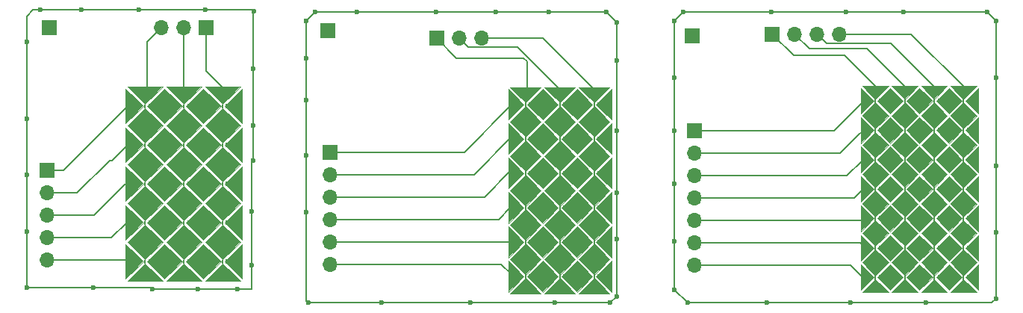
<source format=gbr>
%TF.GenerationSoftware,KiCad,Pcbnew,5.1.9-73d0e3b20d~88~ubuntu20.04.1*%
%TF.CreationDate,2021-01-19T19:28:40-06:00*%
%TF.ProjectId,typring-kicad,74797072-696e-4672-9d6b-696361642e6b,rev?*%
%TF.SameCoordinates,Original*%
%TF.FileFunction,Copper,L1,Top*%
%TF.FilePolarity,Positive*%
%FSLAX46Y46*%
G04 Gerber Fmt 4.6, Leading zero omitted, Abs format (unit mm)*
G04 Created by KiCad (PCBNEW 5.1.9-73d0e3b20d~88~ubuntu20.04.1) date 2021-01-19 19:28:40*
%MOMM*%
%LPD*%
G01*
G04 APERTURE LIST*
%TA.AperFunction,EtchedComponent*%
%ADD10C,0.030000*%
%TD*%
%TA.AperFunction,EtchedComponent*%
%ADD11C,0.100000*%
%TD*%
%TA.AperFunction,ComponentPad*%
%ADD12O,1.700000X1.700000*%
%TD*%
%TA.AperFunction,ComponentPad*%
%ADD13R,1.700000X1.700000*%
%TD*%
%TA.AperFunction,ViaPad*%
%ADD14C,0.600000*%
%TD*%
%TA.AperFunction,Conductor*%
%ADD15C,0.127000*%
%TD*%
G04 APERTURE END LIST*
D10*
%TO.C,U150*%
G36*
X171001231Y-27935995D02*
G01*
X173928653Y-27935995D01*
X172464942Y-29399706D01*
X171001231Y-27935995D01*
G37*
X171001231Y-27935995D02*
X173928653Y-27935995D01*
X172464942Y-29399706D01*
X171001231Y-27935995D01*
%TO.C,U149*%
G36*
X164134633Y-47729915D02*
G01*
X164134633Y-44802493D01*
X165598344Y-46266204D01*
X164134633Y-47729915D01*
G37*
X164134633Y-47729915D02*
X164134633Y-44802493D01*
X165598344Y-46266204D01*
X164134633Y-47729915D01*
%TO.C,U148*%
G36*
X177461951Y-41469193D02*
G01*
X177461951Y-44396615D01*
X175998240Y-42932904D01*
X177461951Y-41469193D01*
G37*
X177461951Y-41469193D02*
X177461951Y-44396615D01*
X175998240Y-42932904D01*
X177461951Y-41469193D01*
%TO.C,U147*%
G36*
X177461951Y-28135993D02*
G01*
X177461951Y-31063415D01*
X175998240Y-29599704D01*
X177461951Y-28135993D01*
G37*
X177461951Y-28135993D02*
X177461951Y-31063415D01*
X175998240Y-29599704D01*
X177461951Y-28135993D01*
%TO.C,U146*%
G36*
X164134633Y-41063315D02*
G01*
X164134633Y-38135893D01*
X165598344Y-39599604D01*
X164134633Y-41063315D01*
G37*
X164134633Y-41063315D02*
X164134633Y-38135893D01*
X165598344Y-39599604D01*
X164134633Y-41063315D01*
%TO.C,U145*%
G36*
X177461951Y-34802593D02*
G01*
X177461951Y-37730015D01*
X175998240Y-36266304D01*
X177461951Y-34802593D01*
G37*
X177461951Y-34802593D02*
X177461951Y-37730015D01*
X175998240Y-36266304D01*
X177461951Y-34802593D01*
%TO.C,U144*%
G36*
X177261953Y-51263213D02*
G01*
X174334531Y-51263213D01*
X175798242Y-49799502D01*
X177261953Y-51263213D01*
G37*
X177261953Y-51263213D02*
X174334531Y-51263213D01*
X175798242Y-49799502D01*
X177261953Y-51263213D01*
%TO.C,U143*%
G36*
X177461951Y-38135893D02*
G01*
X177461951Y-41063315D01*
X175998240Y-39599604D01*
X177461951Y-38135893D01*
G37*
X177461951Y-38135893D02*
X177461951Y-41063315D01*
X175998240Y-39599604D01*
X177461951Y-38135893D01*
%TO.C,U136*%
G36*
X164134633Y-37730015D02*
G01*
X164134633Y-34802593D01*
X165598344Y-36266304D01*
X164134633Y-37730015D01*
G37*
X164134633Y-37730015D02*
X164134633Y-34802593D01*
X165598344Y-36266304D01*
X164134633Y-37730015D01*
%TO.C,U135*%
G36*
X177461951Y-31469293D02*
G01*
X177461951Y-34396715D01*
X175998240Y-32933004D01*
X177461951Y-31469293D01*
G37*
X177461951Y-31469293D02*
X177461951Y-34396715D01*
X175998240Y-32933004D01*
X177461951Y-31469293D01*
%TO.C,U122*%
G36*
X170595353Y-51263213D02*
G01*
X167667931Y-51263213D01*
X169131642Y-49799502D01*
X170595353Y-51263213D01*
G37*
X170595353Y-51263213D02*
X167667931Y-51263213D01*
X169131642Y-49799502D01*
X170595353Y-51263213D01*
%TO.C,U120*%
G36*
X164334631Y-27935995D02*
G01*
X167262053Y-27935995D01*
X165798342Y-29399706D01*
X164334631Y-27935995D01*
G37*
X164334631Y-27935995D02*
X167262053Y-27935995D01*
X165798342Y-29399706D01*
X164334631Y-27935995D01*
%TO.C,U113*%
G36*
X174334531Y-27935995D02*
G01*
X177261953Y-27935995D01*
X175798242Y-29399706D01*
X174334531Y-27935995D01*
G37*
X174334531Y-27935995D02*
X177261953Y-27935995D01*
X175798242Y-29399706D01*
X174334531Y-27935995D01*
%TO.C,U105*%
G36*
X164134633Y-51063215D02*
G01*
X164134633Y-48135793D01*
X165598344Y-49599504D01*
X164134633Y-51063215D01*
G37*
X164134633Y-51063215D02*
X164134633Y-48135793D01*
X165598344Y-49599504D01*
X164134633Y-51063215D01*
%TO.C,U101*%
G36*
X173928653Y-51263213D02*
G01*
X171001231Y-51263213D01*
X172464942Y-49799502D01*
X173928653Y-51263213D01*
G37*
X173928653Y-51263213D02*
X171001231Y-51263213D01*
X172464942Y-49799502D01*
X173928653Y-51263213D01*
%TO.C,U99*%
G36*
X177461951Y-48135793D02*
G01*
X177461951Y-51063215D01*
X175998240Y-49599504D01*
X177461951Y-48135793D01*
G37*
X177461951Y-48135793D02*
X177461951Y-51063215D01*
X175998240Y-49599504D01*
X177461951Y-48135793D01*
%TO.C,U61*%
G36*
X164134633Y-34396715D02*
G01*
X164134633Y-31469293D01*
X165598344Y-32933004D01*
X164134633Y-34396715D01*
G37*
X164134633Y-34396715D02*
X164134633Y-31469293D01*
X165598344Y-32933004D01*
X164134633Y-34396715D01*
%TO.C,U59*%
G36*
X164134633Y-44396615D02*
G01*
X164134633Y-41469193D01*
X165598344Y-42932904D01*
X164134633Y-44396615D01*
G37*
X164134633Y-44396615D02*
X164134633Y-41469193D01*
X165598344Y-42932904D01*
X164134633Y-44396615D01*
%TO.C,U55*%
G36*
X167262053Y-51263213D02*
G01*
X164334631Y-51263213D01*
X165798342Y-49799502D01*
X167262053Y-51263213D01*
G37*
X167262053Y-51263213D02*
X164334631Y-51263213D01*
X165798342Y-49799502D01*
X167262053Y-51263213D01*
%TO.C,U46*%
G36*
X164134633Y-31063415D02*
G01*
X164134633Y-28135993D01*
X165598344Y-29599704D01*
X164134633Y-31063415D01*
G37*
X164134633Y-31063415D02*
X164134633Y-28135993D01*
X165598344Y-29599704D01*
X164134633Y-31063415D01*
%TO.C,U44*%
G36*
X177461951Y-44802493D02*
G01*
X177461951Y-47729915D01*
X175998240Y-46266204D01*
X177461951Y-44802493D01*
G37*
X177461951Y-44802493D02*
X177461951Y-47729915D01*
X175998240Y-46266204D01*
X177461951Y-44802493D01*
%TO.C,U40*%
G36*
X167667931Y-27935995D02*
G01*
X170595353Y-27935995D01*
X169131642Y-29399706D01*
X167667931Y-27935995D01*
G37*
X167667931Y-27935995D02*
X170595353Y-27935995D01*
X169131642Y-29399706D01*
X167667931Y-27935995D01*
%TO.C,U142*%
G36*
X172262003Y-36263363D02*
G01*
X169334581Y-36263363D01*
X170798292Y-34799652D01*
X172262003Y-36263363D01*
G37*
X172262003Y-36263363D02*
X169334581Y-36263363D01*
X170798292Y-34799652D01*
X172262003Y-36263363D01*
G36*
X169334581Y-36263363D02*
G01*
X172262003Y-36263363D01*
X170798292Y-37727074D01*
X169334581Y-36263363D01*
G37*
X169334581Y-36263363D02*
X172262003Y-36263363D01*
X170798292Y-37727074D01*
X169334581Y-36263363D01*
%TO.C,U141*%
G36*
X173928653Y-31263413D02*
G01*
X171001231Y-31263413D01*
X172464942Y-29799702D01*
X173928653Y-31263413D01*
G37*
X173928653Y-31263413D02*
X171001231Y-31263413D01*
X172464942Y-29799702D01*
X173928653Y-31263413D01*
G36*
X171001231Y-31263413D02*
G01*
X173928653Y-31263413D01*
X172464942Y-32727124D01*
X171001231Y-31263413D01*
G37*
X171001231Y-31263413D02*
X173928653Y-31263413D01*
X172464942Y-32727124D01*
X171001231Y-31263413D01*
%TO.C,U140*%
G36*
X177261953Y-34596713D02*
G01*
X174334531Y-34596713D01*
X175798242Y-33133002D01*
X177261953Y-34596713D01*
G37*
X177261953Y-34596713D02*
X174334531Y-34596713D01*
X175798242Y-33133002D01*
X177261953Y-34596713D01*
G36*
X174334531Y-34596713D02*
G01*
X177261953Y-34596713D01*
X175798242Y-36060424D01*
X174334531Y-34596713D01*
G37*
X174334531Y-34596713D02*
X177261953Y-34596713D01*
X175798242Y-36060424D01*
X174334531Y-34596713D01*
%TO.C,U139*%
G36*
X170595353Y-31263413D02*
G01*
X167667931Y-31263413D01*
X169131642Y-29799702D01*
X170595353Y-31263413D01*
G37*
X170595353Y-31263413D02*
X167667931Y-31263413D01*
X169131642Y-29799702D01*
X170595353Y-31263413D01*
G36*
X167667931Y-31263413D02*
G01*
X170595353Y-31263413D01*
X169131642Y-32727124D01*
X167667931Y-31263413D01*
G37*
X167667931Y-31263413D02*
X170595353Y-31263413D01*
X169131642Y-32727124D01*
X167667931Y-31263413D01*
%TO.C,U138*%
G36*
X174134533Y-31063415D02*
G01*
X174134533Y-28135993D01*
X175598244Y-29599704D01*
X174134533Y-31063415D01*
G37*
X174134533Y-31063415D02*
X174134533Y-28135993D01*
X175598244Y-29599704D01*
X174134533Y-31063415D01*
G36*
X174134533Y-28135993D02*
G01*
X174134533Y-31063415D01*
X172670822Y-29599704D01*
X174134533Y-28135993D01*
G37*
X174134533Y-28135993D02*
X174134533Y-31063415D01*
X172670822Y-29599704D01*
X174134533Y-28135993D01*
%TO.C,U137*%
G36*
X175595303Y-32930063D02*
G01*
X172667881Y-32930063D01*
X174131592Y-31466352D01*
X175595303Y-32930063D01*
G37*
X175595303Y-32930063D02*
X172667881Y-32930063D01*
X174131592Y-31466352D01*
X175595303Y-32930063D01*
G36*
X172667881Y-32930063D02*
G01*
X175595303Y-32930063D01*
X174131592Y-34393774D01*
X172667881Y-32930063D01*
G37*
X172667881Y-32930063D02*
X175595303Y-32930063D01*
X174131592Y-34393774D01*
X172667881Y-32930063D01*
%TO.C,U134*%
G36*
X173928653Y-37930013D02*
G01*
X171001231Y-37930013D01*
X172464942Y-36466302D01*
X173928653Y-37930013D01*
G37*
X173928653Y-37930013D02*
X171001231Y-37930013D01*
X172464942Y-36466302D01*
X173928653Y-37930013D01*
G36*
X171001231Y-37930013D02*
G01*
X173928653Y-37930013D01*
X172464942Y-39393724D01*
X171001231Y-37930013D01*
G37*
X171001231Y-37930013D02*
X173928653Y-37930013D01*
X172464942Y-39393724D01*
X171001231Y-37930013D01*
%TO.C,U133*%
G36*
X167262053Y-31263413D02*
G01*
X164334631Y-31263413D01*
X165798342Y-29799702D01*
X167262053Y-31263413D01*
G37*
X167262053Y-31263413D02*
X164334631Y-31263413D01*
X165798342Y-29799702D01*
X167262053Y-31263413D01*
G36*
X164334631Y-31263413D02*
G01*
X167262053Y-31263413D01*
X165798342Y-32727124D01*
X164334631Y-31263413D01*
G37*
X164334631Y-31263413D02*
X167262053Y-31263413D01*
X165798342Y-32727124D01*
X164334631Y-31263413D01*
%TO.C,U132*%
G36*
X168928703Y-36263363D02*
G01*
X166001281Y-36263363D01*
X167464992Y-34799652D01*
X168928703Y-36263363D01*
G37*
X168928703Y-36263363D02*
X166001281Y-36263363D01*
X167464992Y-34799652D01*
X168928703Y-36263363D01*
G36*
X166001281Y-36263363D02*
G01*
X168928703Y-36263363D01*
X167464992Y-37727074D01*
X166001281Y-36263363D01*
G37*
X166001281Y-36263363D02*
X168928703Y-36263363D01*
X167464992Y-37727074D01*
X166001281Y-36263363D01*
%TO.C,U131*%
G36*
X168928703Y-39596663D02*
G01*
X166001281Y-39596663D01*
X167464992Y-38132952D01*
X168928703Y-39596663D01*
G37*
X168928703Y-39596663D02*
X166001281Y-39596663D01*
X167464992Y-38132952D01*
X168928703Y-39596663D01*
G36*
X166001281Y-39596663D02*
G01*
X168928703Y-39596663D01*
X167464992Y-41060374D01*
X166001281Y-39596663D01*
G37*
X166001281Y-39596663D02*
X168928703Y-39596663D01*
X167464992Y-41060374D01*
X166001281Y-39596663D01*
%TO.C,U130*%
G36*
X177261953Y-37930013D02*
G01*
X174334531Y-37930013D01*
X175798242Y-36466302D01*
X177261953Y-37930013D01*
G37*
X177261953Y-37930013D02*
X174334531Y-37930013D01*
X175798242Y-36466302D01*
X177261953Y-37930013D01*
G36*
X174334531Y-37930013D02*
G01*
X177261953Y-37930013D01*
X175798242Y-39393724D01*
X174334531Y-37930013D01*
G37*
X174334531Y-37930013D02*
X177261953Y-37930013D01*
X175798242Y-39393724D01*
X174334531Y-37930013D01*
%TO.C,U129*%
G36*
X172262003Y-32930063D02*
G01*
X169334581Y-32930063D01*
X170798292Y-31466352D01*
X172262003Y-32930063D01*
G37*
X172262003Y-32930063D02*
X169334581Y-32930063D01*
X170798292Y-31466352D01*
X172262003Y-32930063D01*
G36*
X169334581Y-32930063D02*
G01*
X172262003Y-32930063D01*
X170798292Y-34393774D01*
X169334581Y-32930063D01*
G37*
X169334581Y-32930063D02*
X172262003Y-32930063D01*
X170798292Y-34393774D01*
X169334581Y-32930063D01*
%TO.C,U128*%
G36*
X177261953Y-31263413D02*
G01*
X174334531Y-31263413D01*
X175798242Y-29799702D01*
X177261953Y-31263413D01*
G37*
X177261953Y-31263413D02*
X174334531Y-31263413D01*
X175798242Y-29799702D01*
X177261953Y-31263413D01*
G36*
X174334531Y-31263413D02*
G01*
X177261953Y-31263413D01*
X175798242Y-32727124D01*
X174334531Y-31263413D01*
G37*
X174334531Y-31263413D02*
X177261953Y-31263413D01*
X175798242Y-32727124D01*
X174334531Y-31263413D01*
%TO.C,U127*%
G36*
X167262053Y-41263313D02*
G01*
X164334631Y-41263313D01*
X165798342Y-39799602D01*
X167262053Y-41263313D01*
G37*
X167262053Y-41263313D02*
X164334631Y-41263313D01*
X165798342Y-39799602D01*
X167262053Y-41263313D01*
G36*
X164334631Y-41263313D02*
G01*
X167262053Y-41263313D01*
X165798342Y-42727024D01*
X164334631Y-41263313D01*
G37*
X164334631Y-41263313D02*
X167262053Y-41263313D01*
X165798342Y-42727024D01*
X164334631Y-41263313D01*
%TO.C,U126*%
G36*
X168928703Y-32930063D02*
G01*
X166001281Y-32930063D01*
X167464992Y-31466352D01*
X168928703Y-32930063D01*
G37*
X168928703Y-32930063D02*
X166001281Y-32930063D01*
X167464992Y-31466352D01*
X168928703Y-32930063D01*
G36*
X166001281Y-32930063D02*
G01*
X168928703Y-32930063D01*
X167464992Y-34393774D01*
X166001281Y-32930063D01*
G37*
X166001281Y-32930063D02*
X168928703Y-32930063D01*
X167464992Y-34393774D01*
X166001281Y-32930063D01*
%TO.C,U125*%
G36*
X170595353Y-34596713D02*
G01*
X167667931Y-34596713D01*
X169131642Y-33133002D01*
X170595353Y-34596713D01*
G37*
X170595353Y-34596713D02*
X167667931Y-34596713D01*
X169131642Y-33133002D01*
X170595353Y-34596713D01*
G36*
X167667931Y-34596713D02*
G01*
X170595353Y-34596713D01*
X169131642Y-36060424D01*
X167667931Y-34596713D01*
G37*
X167667931Y-34596713D02*
X170595353Y-34596713D01*
X169131642Y-36060424D01*
X167667931Y-34596713D01*
%TO.C,U124*%
G36*
X170595353Y-37930013D02*
G01*
X167667931Y-37930013D01*
X169131642Y-36466302D01*
X170595353Y-37930013D01*
G37*
X170595353Y-37930013D02*
X167667931Y-37930013D01*
X169131642Y-36466302D01*
X170595353Y-37930013D01*
G36*
X167667931Y-37930013D02*
G01*
X170595353Y-37930013D01*
X169131642Y-39393724D01*
X167667931Y-37930013D01*
G37*
X167667931Y-37930013D02*
X170595353Y-37930013D01*
X169131642Y-39393724D01*
X167667931Y-37930013D01*
%TO.C,U123*%
G36*
X173928653Y-47929913D02*
G01*
X171001231Y-47929913D01*
X172464942Y-46466202D01*
X173928653Y-47929913D01*
G37*
X173928653Y-47929913D02*
X171001231Y-47929913D01*
X172464942Y-46466202D01*
X173928653Y-47929913D01*
G36*
X171001231Y-47929913D02*
G01*
X173928653Y-47929913D01*
X172464942Y-49393624D01*
X171001231Y-47929913D01*
G37*
X171001231Y-47929913D02*
X173928653Y-47929913D01*
X172464942Y-49393624D01*
X171001231Y-47929913D01*
%TO.C,U121*%
G36*
X167262053Y-37930013D02*
G01*
X164334631Y-37930013D01*
X165798342Y-36466302D01*
X167262053Y-37930013D01*
G37*
X167262053Y-37930013D02*
X164334631Y-37930013D01*
X165798342Y-36466302D01*
X167262053Y-37930013D01*
G36*
X164334631Y-37930013D02*
G01*
X167262053Y-37930013D01*
X165798342Y-39393724D01*
X164334631Y-37930013D01*
G37*
X164334631Y-37930013D02*
X167262053Y-37930013D01*
X165798342Y-39393724D01*
X164334631Y-37930013D01*
%TO.C,U119*%
G36*
X173928653Y-44596613D02*
G01*
X171001231Y-44596613D01*
X172464942Y-43132902D01*
X173928653Y-44596613D01*
G37*
X173928653Y-44596613D02*
X171001231Y-44596613D01*
X172464942Y-43132902D01*
X173928653Y-44596613D01*
G36*
X171001231Y-44596613D02*
G01*
X173928653Y-44596613D01*
X172464942Y-46060324D01*
X171001231Y-44596613D01*
G37*
X171001231Y-44596613D02*
X173928653Y-44596613D01*
X172464942Y-46060324D01*
X171001231Y-44596613D01*
%TO.C,U118*%
G36*
X175595303Y-39596663D02*
G01*
X172667881Y-39596663D01*
X174131592Y-38132952D01*
X175595303Y-39596663D01*
G37*
X175595303Y-39596663D02*
X172667881Y-39596663D01*
X174131592Y-38132952D01*
X175595303Y-39596663D01*
G36*
X172667881Y-39596663D02*
G01*
X175595303Y-39596663D01*
X174131592Y-41060374D01*
X172667881Y-39596663D01*
G37*
X172667881Y-39596663D02*
X175595303Y-39596663D01*
X174131592Y-41060374D01*
X172667881Y-39596663D01*
%TO.C,U117*%
G36*
X175595303Y-36263363D02*
G01*
X172667881Y-36263363D01*
X174131592Y-34799652D01*
X175595303Y-36263363D01*
G37*
X175595303Y-36263363D02*
X172667881Y-36263363D01*
X174131592Y-34799652D01*
X175595303Y-36263363D01*
G36*
X172667881Y-36263363D02*
G01*
X175595303Y-36263363D01*
X174131592Y-37727074D01*
X172667881Y-36263363D01*
G37*
X172667881Y-36263363D02*
X175595303Y-36263363D01*
X174131592Y-37727074D01*
X172667881Y-36263363D01*
%TO.C,U116*%
G36*
X173928653Y-34596713D02*
G01*
X171001231Y-34596713D01*
X172464942Y-33133002D01*
X173928653Y-34596713D01*
G37*
X173928653Y-34596713D02*
X171001231Y-34596713D01*
X172464942Y-33133002D01*
X173928653Y-34596713D01*
G36*
X171001231Y-34596713D02*
G01*
X173928653Y-34596713D01*
X172464942Y-36060424D01*
X171001231Y-34596713D01*
G37*
X171001231Y-34596713D02*
X173928653Y-34596713D01*
X172464942Y-36060424D01*
X171001231Y-34596713D01*
%TO.C,U115*%
G36*
X167262053Y-44596613D02*
G01*
X164334631Y-44596613D01*
X165798342Y-43132902D01*
X167262053Y-44596613D01*
G37*
X167262053Y-44596613D02*
X164334631Y-44596613D01*
X165798342Y-43132902D01*
X167262053Y-44596613D01*
G36*
X164334631Y-44596613D02*
G01*
X167262053Y-44596613D01*
X165798342Y-46060324D01*
X164334631Y-44596613D01*
G37*
X164334631Y-44596613D02*
X167262053Y-44596613D01*
X165798342Y-46060324D01*
X164334631Y-44596613D01*
%TO.C,U114*%
G36*
X167262053Y-34596713D02*
G01*
X164334631Y-34596713D01*
X165798342Y-33133002D01*
X167262053Y-34596713D01*
G37*
X167262053Y-34596713D02*
X164334631Y-34596713D01*
X165798342Y-33133002D01*
X167262053Y-34596713D01*
G36*
X164334631Y-34596713D02*
G01*
X167262053Y-34596713D01*
X165798342Y-36060424D01*
X164334631Y-34596713D01*
G37*
X164334631Y-34596713D02*
X167262053Y-34596713D01*
X165798342Y-36060424D01*
X164334631Y-34596713D01*
%TO.C,U112*%
G36*
X177261953Y-41263313D02*
G01*
X174334531Y-41263313D01*
X175798242Y-39799602D01*
X177261953Y-41263313D01*
G37*
X177261953Y-41263313D02*
X174334531Y-41263313D01*
X175798242Y-39799602D01*
X177261953Y-41263313D01*
G36*
X174334531Y-41263313D02*
G01*
X177261953Y-41263313D01*
X175798242Y-42727024D01*
X174334531Y-41263313D01*
G37*
X174334531Y-41263313D02*
X177261953Y-41263313D01*
X175798242Y-42727024D01*
X174334531Y-41263313D01*
%TO.C,U111*%
G36*
X175595303Y-46263263D02*
G01*
X172667881Y-46263263D01*
X174131592Y-44799552D01*
X175595303Y-46263263D01*
G37*
X175595303Y-46263263D02*
X172667881Y-46263263D01*
X174131592Y-44799552D01*
X175595303Y-46263263D01*
G36*
X172667881Y-46263263D02*
G01*
X175595303Y-46263263D01*
X174131592Y-47726974D01*
X172667881Y-46263263D01*
G37*
X172667881Y-46263263D02*
X175595303Y-46263263D01*
X174131592Y-47726974D01*
X172667881Y-46263263D01*
%TO.C,U110*%
G36*
X168928703Y-46263263D02*
G01*
X166001281Y-46263263D01*
X167464992Y-44799552D01*
X168928703Y-46263263D01*
G37*
X168928703Y-46263263D02*
X166001281Y-46263263D01*
X167464992Y-44799552D01*
X168928703Y-46263263D01*
G36*
X166001281Y-46263263D02*
G01*
X168928703Y-46263263D01*
X167464992Y-47726974D01*
X166001281Y-46263263D01*
G37*
X166001281Y-46263263D02*
X168928703Y-46263263D01*
X167464992Y-47726974D01*
X166001281Y-46263263D01*
%TO.C,U109*%
G36*
X170595353Y-44596613D02*
G01*
X167667931Y-44596613D01*
X169131642Y-43132902D01*
X170595353Y-44596613D01*
G37*
X170595353Y-44596613D02*
X167667931Y-44596613D01*
X169131642Y-43132902D01*
X170595353Y-44596613D01*
G36*
X167667931Y-44596613D02*
G01*
X170595353Y-44596613D01*
X169131642Y-46060324D01*
X167667931Y-44596613D01*
G37*
X167667931Y-44596613D02*
X170595353Y-44596613D01*
X169131642Y-46060324D01*
X167667931Y-44596613D01*
%TO.C,U108*%
G36*
X172262003Y-49596563D02*
G01*
X169334581Y-49596563D01*
X170798292Y-48132852D01*
X172262003Y-49596563D01*
G37*
X172262003Y-49596563D02*
X169334581Y-49596563D01*
X170798292Y-48132852D01*
X172262003Y-49596563D01*
G36*
X169334581Y-49596563D02*
G01*
X172262003Y-49596563D01*
X170798292Y-51060274D01*
X169334581Y-49596563D01*
G37*
X169334581Y-49596563D02*
X172262003Y-49596563D01*
X170798292Y-51060274D01*
X169334581Y-49596563D01*
%TO.C,U107*%
G36*
X175595303Y-49596563D02*
G01*
X172667881Y-49596563D01*
X174131592Y-48132852D01*
X175595303Y-49596563D01*
G37*
X175595303Y-49596563D02*
X172667881Y-49596563D01*
X174131592Y-48132852D01*
X175595303Y-49596563D01*
G36*
X172667881Y-49596563D02*
G01*
X175595303Y-49596563D01*
X174131592Y-51060274D01*
X172667881Y-49596563D01*
G37*
X172667881Y-49596563D02*
X175595303Y-49596563D01*
X174131592Y-51060274D01*
X172667881Y-49596563D01*
%TO.C,U106*%
G36*
X177261953Y-47929913D02*
G01*
X174334531Y-47929913D01*
X175798242Y-46466202D01*
X177261953Y-47929913D01*
G37*
X177261953Y-47929913D02*
X174334531Y-47929913D01*
X175798242Y-46466202D01*
X177261953Y-47929913D01*
G36*
X174334531Y-47929913D02*
G01*
X177261953Y-47929913D01*
X175798242Y-49393624D01*
X174334531Y-47929913D01*
G37*
X174334531Y-47929913D02*
X177261953Y-47929913D01*
X175798242Y-49393624D01*
X174334531Y-47929913D01*
%TO.C,U104*%
G36*
X168928703Y-29596763D02*
G01*
X166001281Y-29596763D01*
X167464992Y-28133052D01*
X168928703Y-29596763D01*
G37*
X168928703Y-29596763D02*
X166001281Y-29596763D01*
X167464992Y-28133052D01*
X168928703Y-29596763D01*
G36*
X166001281Y-29596763D02*
G01*
X168928703Y-29596763D01*
X167464992Y-31060474D01*
X166001281Y-29596763D01*
G37*
X166001281Y-29596763D02*
X168928703Y-29596763D01*
X167464992Y-31060474D01*
X166001281Y-29596763D01*
%TO.C,U103*%
G36*
X168928703Y-49596563D02*
G01*
X166001281Y-49596563D01*
X167464992Y-48132852D01*
X168928703Y-49596563D01*
G37*
X168928703Y-49596563D02*
X166001281Y-49596563D01*
X167464992Y-48132852D01*
X168928703Y-49596563D01*
G36*
X166001281Y-49596563D02*
G01*
X168928703Y-49596563D01*
X167464992Y-51060274D01*
X166001281Y-49596563D01*
G37*
X166001281Y-49596563D02*
X168928703Y-49596563D01*
X167464992Y-51060274D01*
X166001281Y-49596563D01*
%TO.C,U102*%
G36*
X175595303Y-42929963D02*
G01*
X172667881Y-42929963D01*
X174131592Y-41466252D01*
X175595303Y-42929963D01*
G37*
X175595303Y-42929963D02*
X172667881Y-42929963D01*
X174131592Y-41466252D01*
X175595303Y-42929963D01*
G36*
X172667881Y-42929963D02*
G01*
X175595303Y-42929963D01*
X174131592Y-44393674D01*
X172667881Y-42929963D01*
G37*
X172667881Y-42929963D02*
X175595303Y-42929963D01*
X174131592Y-44393674D01*
X172667881Y-42929963D01*
%TO.C,U100*%
G36*
X172262003Y-46263263D02*
G01*
X169334581Y-46263263D01*
X170798292Y-44799552D01*
X172262003Y-46263263D01*
G37*
X172262003Y-46263263D02*
X169334581Y-46263263D01*
X170798292Y-44799552D01*
X172262003Y-46263263D01*
G36*
X169334581Y-46263263D02*
G01*
X172262003Y-46263263D01*
X170798292Y-47726974D01*
X169334581Y-46263263D01*
G37*
X169334581Y-46263263D02*
X172262003Y-46263263D01*
X170798292Y-47726974D01*
X169334581Y-46263263D01*
%TO.C,U98*%
G36*
X173928653Y-41263313D02*
G01*
X171001231Y-41263313D01*
X172464942Y-39799602D01*
X173928653Y-41263313D01*
G37*
X173928653Y-41263313D02*
X171001231Y-41263313D01*
X172464942Y-39799602D01*
X173928653Y-41263313D01*
G36*
X171001231Y-41263313D02*
G01*
X173928653Y-41263313D01*
X172464942Y-42727024D01*
X171001231Y-41263313D01*
G37*
X171001231Y-41263313D02*
X173928653Y-41263313D01*
X172464942Y-42727024D01*
X171001231Y-41263313D01*
%TO.C,U97*%
G36*
X170595353Y-47929913D02*
G01*
X167667931Y-47929913D01*
X169131642Y-46466202D01*
X170595353Y-47929913D01*
G37*
X170595353Y-47929913D02*
X167667931Y-47929913D01*
X169131642Y-46466202D01*
X170595353Y-47929913D01*
G36*
X167667931Y-47929913D02*
G01*
X170595353Y-47929913D01*
X169131642Y-49393624D01*
X167667931Y-47929913D01*
G37*
X167667931Y-47929913D02*
X170595353Y-47929913D01*
X169131642Y-49393624D01*
X167667931Y-47929913D01*
%TO.C,U57*%
G36*
X172262003Y-39596663D02*
G01*
X169334581Y-39596663D01*
X170798292Y-38132952D01*
X172262003Y-39596663D01*
G37*
X172262003Y-39596663D02*
X169334581Y-39596663D01*
X170798292Y-38132952D01*
X172262003Y-39596663D01*
G36*
X169334581Y-39596663D02*
G01*
X172262003Y-39596663D01*
X170798292Y-41060374D01*
X169334581Y-39596663D01*
G37*
X169334581Y-39596663D02*
X172262003Y-39596663D01*
X170798292Y-41060374D01*
X169334581Y-39596663D01*
%TO.C,U47*%
G36*
X172262003Y-42929963D02*
G01*
X169334581Y-42929963D01*
X170798292Y-41466252D01*
X172262003Y-42929963D01*
G37*
X172262003Y-42929963D02*
X169334581Y-42929963D01*
X170798292Y-41466252D01*
X172262003Y-42929963D01*
G36*
X169334581Y-42929963D02*
G01*
X172262003Y-42929963D01*
X170798292Y-44393674D01*
X169334581Y-42929963D01*
G37*
X169334581Y-42929963D02*
X172262003Y-42929963D01*
X170798292Y-44393674D01*
X169334581Y-42929963D01*
%TO.C,U45*%
G36*
X167262053Y-47929913D02*
G01*
X164334631Y-47929913D01*
X165798342Y-46466202D01*
X167262053Y-47929913D01*
G37*
X167262053Y-47929913D02*
X164334631Y-47929913D01*
X165798342Y-46466202D01*
X167262053Y-47929913D01*
G36*
X164334631Y-47929913D02*
G01*
X167262053Y-47929913D01*
X165798342Y-49393624D01*
X164334631Y-47929913D01*
G37*
X164334631Y-47929913D02*
X167262053Y-47929913D01*
X165798342Y-49393624D01*
X164334631Y-47929913D01*
%TO.C,U43*%
G36*
X168928703Y-42929963D02*
G01*
X166001281Y-42929963D01*
X167464992Y-41466252D01*
X168928703Y-42929963D01*
G37*
X168928703Y-42929963D02*
X166001281Y-42929963D01*
X167464992Y-41466252D01*
X168928703Y-42929963D01*
G36*
X166001281Y-42929963D02*
G01*
X168928703Y-42929963D01*
X167464992Y-44393674D01*
X166001281Y-42929963D01*
G37*
X166001281Y-42929963D02*
X168928703Y-42929963D01*
X167464992Y-44393674D01*
X166001281Y-42929963D01*
%TO.C,U42*%
G36*
X170595353Y-41263313D02*
G01*
X167667931Y-41263313D01*
X169131642Y-39799602D01*
X170595353Y-41263313D01*
G37*
X170595353Y-41263313D02*
X167667931Y-41263313D01*
X169131642Y-39799602D01*
X170595353Y-41263313D01*
G36*
X167667931Y-41263313D02*
G01*
X170595353Y-41263313D01*
X169131642Y-42727024D01*
X167667931Y-41263313D01*
G37*
X167667931Y-41263313D02*
X170595353Y-41263313D01*
X169131642Y-42727024D01*
X167667931Y-41263313D01*
%TO.C,U39*%
G36*
X177261953Y-44596613D02*
G01*
X174334531Y-44596613D01*
X175798242Y-43132902D01*
X177261953Y-44596613D01*
G37*
X177261953Y-44596613D02*
X174334531Y-44596613D01*
X175798242Y-43132902D01*
X177261953Y-44596613D01*
G36*
X174334531Y-44596613D02*
G01*
X177261953Y-44596613D01*
X175798242Y-46060324D01*
X174334531Y-44596613D01*
G37*
X174334531Y-44596613D02*
X177261953Y-44596613D01*
X175798242Y-46060324D01*
X174334531Y-44596613D01*
%TO.C,U41*%
G36*
X170801233Y-31063415D02*
G01*
X170801233Y-28135993D01*
X172264944Y-29599704D01*
X170801233Y-31063415D01*
G37*
X170801233Y-31063415D02*
X170801233Y-28135993D01*
X172264944Y-29599704D01*
X170801233Y-31063415D01*
G36*
X170801233Y-28135993D02*
G01*
X170801233Y-31063415D01*
X169337522Y-29599704D01*
X170801233Y-28135993D01*
G37*
X170801233Y-28135993D02*
X170801233Y-31063415D01*
X169337522Y-29599704D01*
X170801233Y-28135993D01*
%TO.C,U96*%
G36*
X124153446Y-35646554D02*
G01*
X124153446Y-32153447D01*
X125900000Y-33900000D01*
X124153446Y-35646554D01*
G37*
X124153446Y-35646554D02*
X124153446Y-32153447D01*
X125900000Y-33900000D01*
X124153446Y-35646554D01*
%TO.C,U95*%
G36*
X131746554Y-31946554D02*
G01*
X128253447Y-31946554D01*
X130000000Y-30200000D01*
X131746554Y-31946554D01*
G37*
X131746554Y-31946554D02*
X128253447Y-31946554D01*
X130000000Y-30200000D01*
X131746554Y-31946554D01*
G36*
X131746554Y-31950000D02*
G01*
X128253447Y-31950000D01*
X130000000Y-33696554D01*
X131746554Y-31950000D01*
G37*
X131746554Y-31950000D02*
X128253447Y-31950000D01*
X130000000Y-33696554D01*
X131746554Y-31950000D01*
%TO.C,U94*%
G36*
X127846554Y-51446554D02*
G01*
X124353447Y-51446554D01*
X126100000Y-49700000D01*
X127846554Y-51446554D01*
G37*
X127846554Y-51446554D02*
X124353447Y-51446554D01*
X126100000Y-49700000D01*
X127846554Y-51446554D01*
%TO.C,U93*%
G36*
X127846554Y-43646554D02*
G01*
X124353447Y-43646554D01*
X126100000Y-41900000D01*
X127846554Y-43646554D01*
G37*
X127846554Y-43646554D02*
X124353447Y-43646554D01*
X126100000Y-41900000D01*
X127846554Y-43646554D01*
G36*
X127846554Y-43650000D02*
G01*
X124353447Y-43650000D01*
X126100000Y-45396554D01*
X127846554Y-43650000D01*
G37*
X127846554Y-43650000D02*
X124353447Y-43650000D01*
X126100000Y-45396554D01*
X127846554Y-43650000D01*
%TO.C,U92*%
G36*
X135846554Y-39953446D02*
G01*
X135846554Y-43446553D01*
X134100000Y-41700000D01*
X135846554Y-39953446D01*
G37*
X135846554Y-39953446D02*
X135846554Y-43446553D01*
X134100000Y-41700000D01*
X135846554Y-39953446D01*
%TO.C,U91*%
G36*
X129796554Y-45596554D02*
G01*
X126303447Y-45596554D01*
X128050000Y-43850000D01*
X129796554Y-45596554D01*
G37*
X129796554Y-45596554D02*
X126303447Y-45596554D01*
X128050000Y-43850000D01*
X129796554Y-45596554D01*
G36*
X129796554Y-45600000D02*
G01*
X126303447Y-45600000D01*
X128050000Y-47346554D01*
X129796554Y-45600000D01*
G37*
X129796554Y-45600000D02*
X126303447Y-45600000D01*
X128050000Y-47346554D01*
X129796554Y-45600000D01*
%TO.C,U90*%
G36*
X124153446Y-47346554D02*
G01*
X124153446Y-43853447D01*
X125900000Y-45600000D01*
X124153446Y-47346554D01*
G37*
X124153446Y-47346554D02*
X124153446Y-43853447D01*
X125900000Y-45600000D01*
X124153446Y-47346554D01*
%TO.C,U89*%
G36*
X133696554Y-41696554D02*
G01*
X130203447Y-41696554D01*
X131950000Y-39950000D01*
X133696554Y-41696554D01*
G37*
X133696554Y-41696554D02*
X130203447Y-41696554D01*
X131950000Y-39950000D01*
X133696554Y-41696554D01*
G36*
X133696554Y-41700000D02*
G01*
X130203447Y-41700000D01*
X131950000Y-43446554D01*
X133696554Y-41700000D01*
G37*
X133696554Y-41700000D02*
X130203447Y-41700000D01*
X131950000Y-43446554D01*
X133696554Y-41700000D01*
%TO.C,U88*%
G36*
X135846554Y-28253446D02*
G01*
X135846554Y-31746553D01*
X134100000Y-30000000D01*
X135846554Y-28253446D01*
G37*
X135846554Y-28253446D02*
X135846554Y-31746553D01*
X134100000Y-30000000D01*
X135846554Y-28253446D01*
%TO.C,U87*%
G36*
X132153446Y-28053446D02*
G01*
X135646553Y-28053446D01*
X133900000Y-29800000D01*
X132153446Y-28053446D01*
G37*
X132153446Y-28053446D02*
X135646553Y-28053446D01*
X133900000Y-29800000D01*
X132153446Y-28053446D01*
%TO.C,U86*%
G36*
X124153446Y-51246554D02*
G01*
X124153446Y-47753447D01*
X125900000Y-49500000D01*
X124153446Y-51246554D01*
G37*
X124153446Y-51246554D02*
X124153446Y-47753447D01*
X125900000Y-49500000D01*
X124153446Y-51246554D01*
%TO.C,U85*%
G36*
X129796554Y-37796554D02*
G01*
X126303447Y-37796554D01*
X128050000Y-36050000D01*
X129796554Y-37796554D01*
G37*
X129796554Y-37796554D02*
X126303447Y-37796554D01*
X128050000Y-36050000D01*
X129796554Y-37796554D01*
G36*
X129796554Y-37800000D02*
G01*
X126303447Y-37800000D01*
X128050000Y-39546554D01*
X129796554Y-37800000D01*
G37*
X129796554Y-37800000D02*
X126303447Y-37800000D01*
X128050000Y-39546554D01*
X129796554Y-37800000D01*
%TO.C,U84*%
G36*
X131746554Y-43646554D02*
G01*
X128253447Y-43646554D01*
X130000000Y-41900000D01*
X131746554Y-43646554D01*
G37*
X131746554Y-43646554D02*
X128253447Y-43646554D01*
X130000000Y-41900000D01*
X131746554Y-43646554D01*
G36*
X131746554Y-43650000D02*
G01*
X128253447Y-43650000D01*
X130000000Y-45396554D01*
X131746554Y-43650000D01*
G37*
X131746554Y-43650000D02*
X128253447Y-43650000D01*
X130000000Y-45396554D01*
X131746554Y-43650000D01*
%TO.C,U83*%
G36*
X135646554Y-35846554D02*
G01*
X132153447Y-35846554D01*
X133900000Y-34100000D01*
X135646554Y-35846554D01*
G37*
X135646554Y-35846554D02*
X132153447Y-35846554D01*
X133900000Y-34100000D01*
X135646554Y-35846554D01*
G36*
X135646554Y-35850000D02*
G01*
X132153447Y-35850000D01*
X133900000Y-37596554D01*
X135646554Y-35850000D01*
G37*
X135646554Y-35850000D02*
X132153447Y-35850000D01*
X133900000Y-37596554D01*
X135646554Y-35850000D01*
%TO.C,U82*%
G36*
X127846554Y-35846554D02*
G01*
X124353447Y-35846554D01*
X126100000Y-34100000D01*
X127846554Y-35846554D01*
G37*
X127846554Y-35846554D02*
X124353447Y-35846554D01*
X126100000Y-34100000D01*
X127846554Y-35846554D01*
G36*
X127846554Y-35850000D02*
G01*
X124353447Y-35850000D01*
X126100000Y-37596554D01*
X127846554Y-35850000D01*
G37*
X127846554Y-35850000D02*
X124353447Y-35850000D01*
X126100000Y-37596554D01*
X127846554Y-35850000D01*
%TO.C,U81*%
G36*
X124153446Y-43446554D02*
G01*
X124153446Y-39953447D01*
X125900000Y-41700000D01*
X124153446Y-43446554D01*
G37*
X124153446Y-43446554D02*
X124153446Y-39953447D01*
X125900000Y-41700000D01*
X124153446Y-43446554D01*
%TO.C,U80*%
G36*
X133696554Y-29996554D02*
G01*
X130203447Y-29996554D01*
X131950000Y-28250000D01*
X133696554Y-29996554D01*
G37*
X133696554Y-29996554D02*
X130203447Y-29996554D01*
X131950000Y-28250000D01*
X133696554Y-29996554D01*
G36*
X133696554Y-30000000D02*
G01*
X130203447Y-30000000D01*
X131950000Y-31746554D01*
X133696554Y-30000000D01*
G37*
X133696554Y-30000000D02*
X130203447Y-30000000D01*
X131950000Y-31746554D01*
X133696554Y-30000000D01*
%TO.C,U79*%
G36*
X133696554Y-33896554D02*
G01*
X130203447Y-33896554D01*
X131950000Y-32150000D01*
X133696554Y-33896554D01*
G37*
X133696554Y-33896554D02*
X130203447Y-33896554D01*
X131950000Y-32150000D01*
X133696554Y-33896554D01*
G36*
X133696554Y-33900000D02*
G01*
X130203447Y-33900000D01*
X131950000Y-35646554D01*
X133696554Y-33900000D01*
G37*
X133696554Y-33900000D02*
X130203447Y-33900000D01*
X131950000Y-35646554D01*
X133696554Y-33900000D01*
%TO.C,U78*%
G36*
X131746554Y-51446554D02*
G01*
X128253447Y-51446554D01*
X130000000Y-49700000D01*
X131746554Y-51446554D01*
G37*
X131746554Y-51446554D02*
X128253447Y-51446554D01*
X130000000Y-49700000D01*
X131746554Y-51446554D01*
%TO.C,U77*%
G36*
X133696554Y-45596554D02*
G01*
X130203447Y-45596554D01*
X131950000Y-43850000D01*
X133696554Y-45596554D01*
G37*
X133696554Y-45596554D02*
X130203447Y-45596554D01*
X131950000Y-43850000D01*
X133696554Y-45596554D01*
G36*
X133696554Y-45600000D02*
G01*
X130203447Y-45600000D01*
X131950000Y-47346554D01*
X133696554Y-45600000D01*
G37*
X133696554Y-45600000D02*
X130203447Y-45600000D01*
X131950000Y-47346554D01*
X133696554Y-45600000D01*
%TO.C,U76*%
G36*
X135646554Y-31946554D02*
G01*
X132153447Y-31946554D01*
X133900000Y-30200000D01*
X135646554Y-31946554D01*
G37*
X135646554Y-31946554D02*
X132153447Y-31946554D01*
X133900000Y-30200000D01*
X135646554Y-31946554D01*
G36*
X135646554Y-31950000D02*
G01*
X132153447Y-31950000D01*
X133900000Y-33696554D01*
X135646554Y-31950000D01*
G37*
X135646554Y-31950000D02*
X132153447Y-31950000D01*
X133900000Y-33696554D01*
X135646554Y-31950000D01*
%TO.C,U75*%
G36*
X135646554Y-39746554D02*
G01*
X132153447Y-39746554D01*
X133900000Y-38000000D01*
X135646554Y-39746554D01*
G37*
X135646554Y-39746554D02*
X132153447Y-39746554D01*
X133900000Y-38000000D01*
X135646554Y-39746554D01*
G36*
X135646554Y-39750000D02*
G01*
X132153447Y-39750000D01*
X133900000Y-41496554D01*
X135646554Y-39750000D01*
G37*
X135646554Y-39750000D02*
X132153447Y-39750000D01*
X133900000Y-41496554D01*
X135646554Y-39750000D01*
%TO.C,U74*%
G36*
X131746554Y-35846554D02*
G01*
X128253447Y-35846554D01*
X130000000Y-34100000D01*
X131746554Y-35846554D01*
G37*
X131746554Y-35846554D02*
X128253447Y-35846554D01*
X130000000Y-34100000D01*
X131746554Y-35846554D01*
G36*
X131746554Y-35850000D02*
G01*
X128253447Y-35850000D01*
X130000000Y-37596554D01*
X131746554Y-35850000D01*
G37*
X131746554Y-35850000D02*
X128253447Y-35850000D01*
X130000000Y-37596554D01*
X131746554Y-35850000D01*
%TO.C,U73*%
G36*
X131746554Y-39746554D02*
G01*
X128253447Y-39746554D01*
X130000000Y-38000000D01*
X131746554Y-39746554D01*
G37*
X131746554Y-39746554D02*
X128253447Y-39746554D01*
X130000000Y-38000000D01*
X131746554Y-39746554D01*
G36*
X131746554Y-39750000D02*
G01*
X128253447Y-39750000D01*
X130000000Y-41496554D01*
X131746554Y-39750000D01*
G37*
X131746554Y-39750000D02*
X128253447Y-39750000D01*
X130000000Y-41496554D01*
X131746554Y-39750000D01*
%TO.C,U72*%
G36*
X135646554Y-47546554D02*
G01*
X132153447Y-47546554D01*
X133900000Y-45800000D01*
X135646554Y-47546554D01*
G37*
X135646554Y-47546554D02*
X132153447Y-47546554D01*
X133900000Y-45800000D01*
X135646554Y-47546554D01*
G36*
X135646554Y-47550000D02*
G01*
X132153447Y-47550000D01*
X133900000Y-49296554D01*
X135646554Y-47550000D01*
G37*
X135646554Y-47550000D02*
X132153447Y-47550000D01*
X133900000Y-49296554D01*
X135646554Y-47550000D01*
%TO.C,U71*%
G36*
X133696554Y-49496554D02*
G01*
X130203447Y-49496554D01*
X131950000Y-47750000D01*
X133696554Y-49496554D01*
G37*
X133696554Y-49496554D02*
X130203447Y-49496554D01*
X131950000Y-47750000D01*
X133696554Y-49496554D01*
G36*
X133696554Y-49500000D02*
G01*
X130203447Y-49500000D01*
X131950000Y-51246554D01*
X133696554Y-49500000D01*
G37*
X133696554Y-49500000D02*
X130203447Y-49500000D01*
X131950000Y-51246554D01*
X133696554Y-49500000D01*
%TO.C,U70*%
G36*
X131746554Y-47546554D02*
G01*
X128253447Y-47546554D01*
X130000000Y-45800000D01*
X131746554Y-47546554D01*
G37*
X131746554Y-47546554D02*
X128253447Y-47546554D01*
X130000000Y-45800000D01*
X131746554Y-47546554D01*
G36*
X131746554Y-47550000D02*
G01*
X128253447Y-47550000D01*
X130000000Y-49296554D01*
X131746554Y-47550000D01*
G37*
X131746554Y-47550000D02*
X128253447Y-47550000D01*
X130000000Y-49296554D01*
X131746554Y-47550000D01*
%TO.C,U69*%
G36*
X135846554Y-32153446D02*
G01*
X135846554Y-35646553D01*
X134100000Y-33900000D01*
X135846554Y-32153446D01*
G37*
X135846554Y-32153446D02*
X135846554Y-35646553D01*
X134100000Y-33900000D01*
X135846554Y-32153446D01*
%TO.C,U68*%
G36*
X129796554Y-41696554D02*
G01*
X126303447Y-41696554D01*
X128050000Y-39950000D01*
X129796554Y-41696554D01*
G37*
X129796554Y-41696554D02*
X126303447Y-41696554D01*
X128050000Y-39950000D01*
X129796554Y-41696554D01*
G36*
X129796554Y-41700000D02*
G01*
X126303447Y-41700000D01*
X128050000Y-43446554D01*
X129796554Y-41700000D01*
G37*
X129796554Y-41700000D02*
X126303447Y-41700000D01*
X128050000Y-43446554D01*
X129796554Y-41700000D01*
%TO.C,U67*%
G36*
X129796554Y-33896554D02*
G01*
X126303447Y-33896554D01*
X128050000Y-32150000D01*
X129796554Y-33896554D01*
G37*
X129796554Y-33896554D02*
X126303447Y-33896554D01*
X128050000Y-32150000D01*
X129796554Y-33896554D01*
G36*
X129796554Y-33900000D02*
G01*
X126303447Y-33900000D01*
X128050000Y-35646554D01*
X129796554Y-33900000D01*
G37*
X129796554Y-33900000D02*
X126303447Y-33900000D01*
X128050000Y-35646554D01*
X129796554Y-33900000D01*
%TO.C,U66*%
G36*
X135846554Y-43853446D02*
G01*
X135846554Y-47346553D01*
X134100000Y-45600000D01*
X135846554Y-43853446D01*
G37*
X135846554Y-43853446D02*
X135846554Y-47346553D01*
X134100000Y-45600000D01*
X135846554Y-43853446D01*
%TO.C,U65*%
G36*
X129796554Y-29996554D02*
G01*
X126303447Y-29996554D01*
X128050000Y-28250000D01*
X129796554Y-29996554D01*
G37*
X129796554Y-29996554D02*
X126303447Y-29996554D01*
X128050000Y-28250000D01*
X129796554Y-29996554D01*
G36*
X129796554Y-30000000D02*
G01*
X126303447Y-30000000D01*
X128050000Y-31746554D01*
X129796554Y-30000000D01*
G37*
X129796554Y-30000000D02*
X126303447Y-30000000D01*
X128050000Y-31746554D01*
X129796554Y-30000000D01*
%TO.C,U64*%
G36*
X129796554Y-49496554D02*
G01*
X126303447Y-49496554D01*
X128050000Y-47750000D01*
X129796554Y-49496554D01*
G37*
X129796554Y-49496554D02*
X126303447Y-49496554D01*
X128050000Y-47750000D01*
X129796554Y-49496554D01*
G36*
X129796554Y-49500000D02*
G01*
X126303447Y-49500000D01*
X128050000Y-51246554D01*
X129796554Y-49500000D01*
G37*
X129796554Y-49500000D02*
X126303447Y-49500000D01*
X128050000Y-51246554D01*
X129796554Y-49500000D01*
%TO.C,U63*%
G36*
X127846554Y-31946554D02*
G01*
X124353447Y-31946554D01*
X126100000Y-30200000D01*
X127846554Y-31946554D01*
G37*
X127846554Y-31946554D02*
X124353447Y-31946554D01*
X126100000Y-30200000D01*
X127846554Y-31946554D01*
G36*
X127846554Y-31950000D02*
G01*
X124353447Y-31950000D01*
X126100000Y-33696554D01*
X127846554Y-31950000D01*
G37*
X127846554Y-31950000D02*
X124353447Y-31950000D01*
X126100000Y-33696554D01*
X127846554Y-31950000D01*
%TO.C,U62*%
G36*
X135646554Y-43646554D02*
G01*
X132153447Y-43646554D01*
X133900000Y-41900000D01*
X135646554Y-43646554D01*
G37*
X135646554Y-43646554D02*
X132153447Y-43646554D01*
X133900000Y-41900000D01*
X135646554Y-43646554D01*
G36*
X135646554Y-43650000D02*
G01*
X132153447Y-43650000D01*
X133900000Y-45396554D01*
X135646554Y-43650000D01*
G37*
X135646554Y-43650000D02*
X132153447Y-43650000D01*
X133900000Y-45396554D01*
X135646554Y-43650000D01*
%TO.C,U60*%
G36*
X133696554Y-37796554D02*
G01*
X130203447Y-37796554D01*
X131950000Y-36050000D01*
X133696554Y-37796554D01*
G37*
X133696554Y-37796554D02*
X130203447Y-37796554D01*
X131950000Y-36050000D01*
X133696554Y-37796554D01*
G36*
X133696554Y-37800000D02*
G01*
X130203447Y-37800000D01*
X131950000Y-39546554D01*
X133696554Y-37800000D01*
G37*
X133696554Y-37800000D02*
X130203447Y-37800000D01*
X131950000Y-39546554D01*
X133696554Y-37800000D01*
%TO.C,U58*%
G36*
X127846554Y-39746554D02*
G01*
X124353447Y-39746554D01*
X126100000Y-38000000D01*
X127846554Y-39746554D01*
G37*
X127846554Y-39746554D02*
X124353447Y-39746554D01*
X126100000Y-38000000D01*
X127846554Y-39746554D01*
G36*
X127846554Y-39750000D02*
G01*
X124353447Y-39750000D01*
X126100000Y-41496554D01*
X127846554Y-39750000D01*
G37*
X127846554Y-39750000D02*
X124353447Y-39750000D01*
X126100000Y-41496554D01*
X127846554Y-39750000D01*
%TO.C,U56*%
G36*
X135846554Y-47753446D02*
G01*
X135846554Y-51246553D01*
X134100000Y-49500000D01*
X135846554Y-47753446D01*
G37*
X135846554Y-47753446D02*
X135846554Y-51246553D01*
X134100000Y-49500000D01*
X135846554Y-47753446D01*
%TO.C,U54*%
G36*
X127846554Y-47546554D02*
G01*
X124353447Y-47546554D01*
X126100000Y-45800000D01*
X127846554Y-47546554D01*
G37*
X127846554Y-47546554D02*
X124353447Y-47546554D01*
X126100000Y-45800000D01*
X127846554Y-47546554D01*
G36*
X127846554Y-47550000D02*
G01*
X124353447Y-47550000D01*
X126100000Y-49296554D01*
X127846554Y-47550000D01*
G37*
X127846554Y-47550000D02*
X124353447Y-47550000D01*
X126100000Y-49296554D01*
X127846554Y-47550000D01*
%TO.C,U53*%
G36*
X124153446Y-31746554D02*
G01*
X124153446Y-28253447D01*
X125900000Y-30000000D01*
X124153446Y-31746554D01*
G37*
X124153446Y-31746554D02*
X124153446Y-28253447D01*
X125900000Y-30000000D01*
X124153446Y-31746554D01*
%TO.C,U52*%
G36*
X124353446Y-28053446D02*
G01*
X127846553Y-28053446D01*
X126100000Y-29800000D01*
X124353446Y-28053446D01*
G37*
X124353446Y-28053446D02*
X127846553Y-28053446D01*
X126100000Y-29800000D01*
X124353446Y-28053446D01*
%TO.C,U51*%
G36*
X124153446Y-39546554D02*
G01*
X124153446Y-36053447D01*
X125900000Y-37800000D01*
X124153446Y-39546554D01*
G37*
X124153446Y-39546554D02*
X124153446Y-36053447D01*
X125900000Y-37800000D01*
X124153446Y-39546554D01*
%TO.C,U50*%
G36*
X128253446Y-28053446D02*
G01*
X131746553Y-28053446D01*
X130000000Y-29800000D01*
X128253446Y-28053446D01*
G37*
X128253446Y-28053446D02*
X131746553Y-28053446D01*
X130000000Y-29800000D01*
X128253446Y-28053446D01*
%TO.C,U49*%
G36*
X135846554Y-36053446D02*
G01*
X135846554Y-39546553D01*
X134100000Y-37800000D01*
X135846554Y-36053446D01*
G37*
X135846554Y-36053446D02*
X135846554Y-39546553D01*
X134100000Y-37800000D01*
X135846554Y-36053446D01*
%TO.C,U48*%
G36*
X135646554Y-51446554D02*
G01*
X132153447Y-51446554D01*
X133900000Y-49700000D01*
X135646554Y-51446554D01*
G37*
X135646554Y-51446554D02*
X132153447Y-51446554D01*
X133900000Y-49700000D01*
X135646554Y-51446554D01*
D11*
%TO.C,U38*%
G36*
X87180000Y-34600000D02*
G01*
X83220202Y-34600000D01*
X85200101Y-32620101D01*
X87180000Y-34600000D01*
G37*
X87180000Y-34600000D02*
X83220202Y-34600000D01*
X85200101Y-32620101D01*
X87180000Y-34600000D01*
G36*
X83220202Y-34600000D02*
G01*
X87180000Y-34600000D01*
X85200101Y-36579899D01*
X83220202Y-34600000D01*
G37*
X83220202Y-34600000D02*
X87180000Y-34600000D01*
X85200101Y-36579899D01*
X83220202Y-34600000D01*
%TO.C,U37*%
G36*
X84980000Y-45600000D02*
G01*
X81020202Y-45600000D01*
X83000101Y-43620101D01*
X84980000Y-45600000D01*
G37*
X84980000Y-45600000D02*
X81020202Y-45600000D01*
X83000101Y-43620101D01*
X84980000Y-45600000D01*
G36*
X81020202Y-45600000D02*
G01*
X84980000Y-45600000D01*
X83000101Y-47579899D01*
X81020202Y-45600000D01*
G37*
X81020202Y-45600000D02*
X84980000Y-45600000D01*
X83000101Y-47579899D01*
X81020202Y-45600000D01*
%TO.C,U36*%
G36*
X93780000Y-36800000D02*
G01*
X89820202Y-36800000D01*
X91800101Y-34820101D01*
X93780000Y-36800000D01*
G37*
X93780000Y-36800000D02*
X89820202Y-36800000D01*
X91800101Y-34820101D01*
X93780000Y-36800000D01*
G36*
X89820202Y-36800000D02*
G01*
X93780000Y-36800000D01*
X91800101Y-38779899D01*
X89820202Y-36800000D01*
G37*
X89820202Y-36800000D02*
X93780000Y-36800000D01*
X91800101Y-38779899D01*
X89820202Y-36800000D01*
%TO.C,U35*%
G36*
X91580000Y-43400000D02*
G01*
X87620202Y-43400000D01*
X89600101Y-41420101D01*
X91580000Y-43400000D01*
G37*
X91580000Y-43400000D02*
X87620202Y-43400000D01*
X89600101Y-41420101D01*
X91580000Y-43400000D01*
G36*
X87620202Y-43400000D02*
G01*
X91580000Y-43400000D01*
X89600101Y-45379899D01*
X87620202Y-43400000D01*
G37*
X87620202Y-43400000D02*
X91580000Y-43400000D01*
X89600101Y-45379899D01*
X87620202Y-43400000D01*
%TO.C,U34*%
G36*
X91580000Y-30200000D02*
G01*
X87620202Y-30200000D01*
X89600101Y-28220101D01*
X91580000Y-30200000D01*
G37*
X91580000Y-30200000D02*
X87620202Y-30200000D01*
X89600101Y-28220101D01*
X91580000Y-30200000D01*
G36*
X87620202Y-30200000D02*
G01*
X91580000Y-30200000D01*
X89600101Y-32179899D01*
X87620202Y-30200000D01*
G37*
X87620202Y-30200000D02*
X91580000Y-30200000D01*
X89600101Y-32179899D01*
X87620202Y-30200000D01*
%TO.C,U33*%
G36*
X94000000Y-41420000D02*
G01*
X94000000Y-45379798D01*
X92020101Y-43399899D01*
X94000000Y-41420000D01*
G37*
X94000000Y-41420000D02*
X94000000Y-45379798D01*
X92020101Y-43399899D01*
X94000000Y-41420000D01*
%TO.C,U32*%
G36*
X80800000Y-45380000D02*
G01*
X80800000Y-41420202D01*
X82779899Y-43400101D01*
X80800000Y-45380000D01*
G37*
X80800000Y-45380000D02*
X80800000Y-41420202D01*
X82779899Y-43400101D01*
X80800000Y-45380000D01*
%TO.C,U31*%
G36*
X80800000Y-40980000D02*
G01*
X80800000Y-37020202D01*
X82779899Y-39000101D01*
X80800000Y-40980000D01*
G37*
X80800000Y-40980000D02*
X80800000Y-37020202D01*
X82779899Y-39000101D01*
X80800000Y-40980000D01*
%TO.C,U30*%
G36*
X93780000Y-32400000D02*
G01*
X89820202Y-32400000D01*
X91800101Y-30420101D01*
X93780000Y-32400000D01*
G37*
X93780000Y-32400000D02*
X89820202Y-32400000D01*
X91800101Y-30420101D01*
X93780000Y-32400000D01*
G36*
X89820202Y-32400000D02*
G01*
X93780000Y-32400000D01*
X91800101Y-34379899D01*
X89820202Y-32400000D01*
G37*
X89820202Y-32400000D02*
X93780000Y-32400000D01*
X91800101Y-34379899D01*
X89820202Y-32400000D01*
%TO.C,U29*%
G36*
X84980000Y-50000000D02*
G01*
X81020202Y-50000000D01*
X83000101Y-48020101D01*
X84980000Y-50000000D01*
G37*
X84980000Y-50000000D02*
X81020202Y-50000000D01*
X83000101Y-48020101D01*
X84980000Y-50000000D01*
%TO.C,U28*%
G36*
X93780000Y-41200000D02*
G01*
X89820202Y-41200000D01*
X91800101Y-39220101D01*
X93780000Y-41200000D01*
G37*
X93780000Y-41200000D02*
X89820202Y-41200000D01*
X91800101Y-39220101D01*
X93780000Y-41200000D01*
G36*
X89820202Y-41200000D02*
G01*
X93780000Y-41200000D01*
X91800101Y-43179899D01*
X89820202Y-41200000D01*
G37*
X89820202Y-41200000D02*
X93780000Y-41200000D01*
X91800101Y-43179899D01*
X89820202Y-41200000D01*
%TO.C,U27*%
G36*
X94000000Y-37020000D02*
G01*
X94000000Y-40979798D01*
X92020101Y-38999899D01*
X94000000Y-37020000D01*
G37*
X94000000Y-37020000D02*
X94000000Y-40979798D01*
X92020101Y-38999899D01*
X94000000Y-37020000D01*
%TO.C,U26*%
G36*
X84980000Y-32400000D02*
G01*
X81020202Y-32400000D01*
X83000101Y-30420101D01*
X84980000Y-32400000D01*
G37*
X84980000Y-32400000D02*
X81020202Y-32400000D01*
X83000101Y-30420101D01*
X84980000Y-32400000D01*
G36*
X81020202Y-32400000D02*
G01*
X84980000Y-32400000D01*
X83000101Y-34379899D01*
X81020202Y-32400000D01*
G37*
X81020202Y-32400000D02*
X84980000Y-32400000D01*
X83000101Y-34379899D01*
X81020202Y-32400000D01*
%TO.C,U25*%
G36*
X80800000Y-32180000D02*
G01*
X80800000Y-28220202D01*
X82779899Y-30200101D01*
X80800000Y-32180000D01*
G37*
X80800000Y-32180000D02*
X80800000Y-28220202D01*
X82779899Y-30200101D01*
X80800000Y-32180000D01*
%TO.C,U24*%
G36*
X91580000Y-39000000D02*
G01*
X87620202Y-39000000D01*
X89600101Y-37020101D01*
X91580000Y-39000000D01*
G37*
X91580000Y-39000000D02*
X87620202Y-39000000D01*
X89600101Y-37020101D01*
X91580000Y-39000000D01*
G36*
X87620202Y-39000000D02*
G01*
X91580000Y-39000000D01*
X89600101Y-40979899D01*
X87620202Y-39000000D01*
G37*
X87620202Y-39000000D02*
X91580000Y-39000000D01*
X89600101Y-40979899D01*
X87620202Y-39000000D01*
%TO.C,U23*%
G36*
X93780000Y-50000000D02*
G01*
X89820202Y-50000000D01*
X91800101Y-48020101D01*
X93780000Y-50000000D01*
G37*
X93780000Y-50000000D02*
X89820202Y-50000000D01*
X91800101Y-48020101D01*
X93780000Y-50000000D01*
%TO.C,U22*%
G36*
X89380000Y-32400000D02*
G01*
X85420202Y-32400000D01*
X87400101Y-30420101D01*
X89380000Y-32400000D01*
G37*
X89380000Y-32400000D02*
X85420202Y-32400000D01*
X87400101Y-30420101D01*
X89380000Y-32400000D01*
G36*
X85420202Y-32400000D02*
G01*
X89380000Y-32400000D01*
X87400101Y-34379899D01*
X85420202Y-32400000D01*
G37*
X85420202Y-32400000D02*
X89380000Y-32400000D01*
X87400101Y-34379899D01*
X85420202Y-32400000D01*
%TO.C,U21*%
G36*
X87180000Y-39000000D02*
G01*
X83220202Y-39000000D01*
X85200101Y-37020101D01*
X87180000Y-39000000D01*
G37*
X87180000Y-39000000D02*
X83220202Y-39000000D01*
X85200101Y-37020101D01*
X87180000Y-39000000D01*
G36*
X83220202Y-39000000D02*
G01*
X87180000Y-39000000D01*
X85200101Y-40979899D01*
X83220202Y-39000000D01*
G37*
X83220202Y-39000000D02*
X87180000Y-39000000D01*
X85200101Y-40979899D01*
X83220202Y-39000000D01*
%TO.C,U20*%
G36*
X91580000Y-47800000D02*
G01*
X87620202Y-47800000D01*
X89600101Y-45820101D01*
X91580000Y-47800000D01*
G37*
X91580000Y-47800000D02*
X87620202Y-47800000D01*
X89600101Y-45820101D01*
X91580000Y-47800000D01*
G36*
X87620202Y-47800000D02*
G01*
X91580000Y-47800000D01*
X89600101Y-49779899D01*
X87620202Y-47800000D01*
G37*
X87620202Y-47800000D02*
X91580000Y-47800000D01*
X89600101Y-49779899D01*
X87620202Y-47800000D01*
%TO.C,U19*%
G36*
X89380000Y-41200000D02*
G01*
X85420202Y-41200000D01*
X87400101Y-39220101D01*
X89380000Y-41200000D01*
G37*
X89380000Y-41200000D02*
X85420202Y-41200000D01*
X87400101Y-39220101D01*
X89380000Y-41200000D01*
G36*
X85420202Y-41200000D02*
G01*
X89380000Y-41200000D01*
X87400101Y-43179899D01*
X85420202Y-41200000D01*
G37*
X85420202Y-41200000D02*
X89380000Y-41200000D01*
X87400101Y-43179899D01*
X85420202Y-41200000D01*
%TO.C,U18*%
G36*
X93780000Y-45600000D02*
G01*
X89820202Y-45600000D01*
X91800101Y-43620101D01*
X93780000Y-45600000D01*
G37*
X93780000Y-45600000D02*
X89820202Y-45600000D01*
X91800101Y-43620101D01*
X93780000Y-45600000D01*
G36*
X89820202Y-45600000D02*
G01*
X93780000Y-45600000D01*
X91800101Y-47579899D01*
X89820202Y-45600000D01*
G37*
X89820202Y-45600000D02*
X93780000Y-45600000D01*
X91800101Y-47579899D01*
X89820202Y-45600000D01*
%TO.C,U17*%
G36*
X94000000Y-45820000D02*
G01*
X94000000Y-49779798D01*
X92020101Y-47799899D01*
X94000000Y-45820000D01*
G37*
X94000000Y-45820000D02*
X94000000Y-49779798D01*
X92020101Y-47799899D01*
X94000000Y-45820000D01*
%TO.C,U16*%
G36*
X87180000Y-47800000D02*
G01*
X83220202Y-47800000D01*
X85200101Y-45820101D01*
X87180000Y-47800000D01*
G37*
X87180000Y-47800000D02*
X83220202Y-47800000D01*
X85200101Y-45820101D01*
X87180000Y-47800000D01*
G36*
X83220202Y-47800000D02*
G01*
X87180000Y-47800000D01*
X85200101Y-49779899D01*
X83220202Y-47800000D01*
G37*
X83220202Y-47800000D02*
X87180000Y-47800000D01*
X85200101Y-49779899D01*
X83220202Y-47800000D01*
%TO.C,U15*%
G36*
X89380000Y-45600000D02*
G01*
X85420202Y-45600000D01*
X87400101Y-43620101D01*
X89380000Y-45600000D01*
G37*
X89380000Y-45600000D02*
X85420202Y-45600000D01*
X87400101Y-43620101D01*
X89380000Y-45600000D01*
G36*
X85420202Y-45600000D02*
G01*
X89380000Y-45600000D01*
X87400101Y-47579899D01*
X85420202Y-45600000D01*
G37*
X85420202Y-45600000D02*
X89380000Y-45600000D01*
X87400101Y-47579899D01*
X85420202Y-45600000D01*
%TO.C,U14*%
G36*
X84980000Y-36800000D02*
G01*
X81020202Y-36800000D01*
X83000101Y-34820101D01*
X84980000Y-36800000D01*
G37*
X84980000Y-36800000D02*
X81020202Y-36800000D01*
X83000101Y-34820101D01*
X84980000Y-36800000D01*
G36*
X81020202Y-36800000D02*
G01*
X84980000Y-36800000D01*
X83000101Y-38779899D01*
X81020202Y-36800000D01*
G37*
X81020202Y-36800000D02*
X84980000Y-36800000D01*
X83000101Y-38779899D01*
X81020202Y-36800000D01*
%TO.C,U13*%
G36*
X81020000Y-28000000D02*
G01*
X84979798Y-28000000D01*
X82999899Y-29979899D01*
X81020000Y-28000000D01*
G37*
X81020000Y-28000000D02*
X84979798Y-28000000D01*
X82999899Y-29979899D01*
X81020000Y-28000000D01*
%TO.C,U12*%
G36*
X89380000Y-36800000D02*
G01*
X85420202Y-36800000D01*
X87400101Y-34820101D01*
X89380000Y-36800000D01*
G37*
X89380000Y-36800000D02*
X85420202Y-36800000D01*
X87400101Y-34820101D01*
X89380000Y-36800000D01*
G36*
X85420202Y-36800000D02*
G01*
X89380000Y-36800000D01*
X87400101Y-38779899D01*
X85420202Y-36800000D01*
G37*
X85420202Y-36800000D02*
X89380000Y-36800000D01*
X87400101Y-38779899D01*
X85420202Y-36800000D01*
%TO.C,U11*%
G36*
X94000000Y-32620000D02*
G01*
X94000000Y-36579798D01*
X92020101Y-34599899D01*
X94000000Y-32620000D01*
G37*
X94000000Y-32620000D02*
X94000000Y-36579798D01*
X92020101Y-34599899D01*
X94000000Y-32620000D01*
%TO.C,U10*%
G36*
X94000000Y-28220000D02*
G01*
X94000000Y-32179798D01*
X92020101Y-30199899D01*
X94000000Y-28220000D01*
G37*
X94000000Y-28220000D02*
X94000000Y-32179798D01*
X92020101Y-30199899D01*
X94000000Y-28220000D01*
%TO.C,U9*%
G36*
X89820000Y-28000000D02*
G01*
X93779798Y-28000000D01*
X91799899Y-29979899D01*
X89820000Y-28000000D01*
G37*
X89820000Y-28000000D02*
X93779798Y-28000000D01*
X91799899Y-29979899D01*
X89820000Y-28000000D01*
%TO.C,U8*%
G36*
X80800000Y-49780000D02*
G01*
X80800000Y-45820202D01*
X82779899Y-47800101D01*
X80800000Y-49780000D01*
G37*
X80800000Y-49780000D02*
X80800000Y-45820202D01*
X82779899Y-47800101D01*
X80800000Y-49780000D01*
%TO.C,U7*%
G36*
X89380000Y-50000000D02*
G01*
X85420202Y-50000000D01*
X87400101Y-48020101D01*
X89380000Y-50000000D01*
G37*
X89380000Y-50000000D02*
X85420202Y-50000000D01*
X87400101Y-48020101D01*
X89380000Y-50000000D01*
%TO.C,U6*%
G36*
X80800000Y-36580000D02*
G01*
X80800000Y-32620202D01*
X82779899Y-34600101D01*
X80800000Y-36580000D01*
G37*
X80800000Y-36580000D02*
X80800000Y-32620202D01*
X82779899Y-34600101D01*
X80800000Y-36580000D01*
%TO.C,U5*%
G36*
X91580000Y-34600000D02*
G01*
X87620202Y-34600000D01*
X89600101Y-32620101D01*
X91580000Y-34600000D01*
G37*
X91580000Y-34600000D02*
X87620202Y-34600000D01*
X89600101Y-32620101D01*
X91580000Y-34600000D01*
G36*
X87620202Y-34600000D02*
G01*
X91580000Y-34600000D01*
X89600101Y-36579899D01*
X87620202Y-34600000D01*
G37*
X87620202Y-34600000D02*
X91580000Y-34600000D01*
X89600101Y-36579899D01*
X87620202Y-34600000D01*
%TO.C,U4*%
G36*
X84980000Y-41200000D02*
G01*
X81020202Y-41200000D01*
X83000101Y-39220101D01*
X84980000Y-41200000D01*
G37*
X84980000Y-41200000D02*
X81020202Y-41200000D01*
X83000101Y-39220101D01*
X84980000Y-41200000D01*
G36*
X81020202Y-41200000D02*
G01*
X84980000Y-41200000D01*
X83000101Y-43179899D01*
X81020202Y-41200000D01*
G37*
X81020202Y-41200000D02*
X84980000Y-41200000D01*
X83000101Y-43179899D01*
X81020202Y-41200000D01*
%TO.C,U3*%
G36*
X87180000Y-30200000D02*
G01*
X83220202Y-30200000D01*
X85200101Y-28220101D01*
X87180000Y-30200000D01*
G37*
X87180000Y-30200000D02*
X83220202Y-30200000D01*
X85200101Y-28220101D01*
X87180000Y-30200000D01*
G36*
X83220202Y-30200000D02*
G01*
X87180000Y-30200000D01*
X85200101Y-32179899D01*
X83220202Y-30200000D01*
G37*
X83220202Y-30200000D02*
X87180000Y-30200000D01*
X85200101Y-32179899D01*
X83220202Y-30200000D01*
%TO.C,U2*%
G36*
X87180000Y-43400000D02*
G01*
X83220202Y-43400000D01*
X85200101Y-41420101D01*
X87180000Y-43400000D01*
G37*
X87180000Y-43400000D02*
X83220202Y-43400000D01*
X85200101Y-41420101D01*
X87180000Y-43400000D01*
G36*
X83220202Y-43400000D02*
G01*
X87180000Y-43400000D01*
X85200101Y-45379899D01*
X83220202Y-43400000D01*
G37*
X83220202Y-43400000D02*
X87180000Y-43400000D01*
X85200101Y-45379899D01*
X83220202Y-43400000D01*
%TO.C,U1*%
G36*
X85420000Y-28000000D02*
G01*
X89379798Y-28000000D01*
X87399899Y-29979899D01*
X85420000Y-28000000D01*
G37*
X85420000Y-28000000D02*
X89379798Y-28000000D01*
X87399899Y-29979899D01*
X85420000Y-28000000D01*
%TD*%
D12*
%TO.P,J9,7*%
%TO.N,Net-(J9-Pad7)*%
X145316780Y-48223692D03*
%TO.P,J9,6*%
%TO.N,Net-(J9-Pad6)*%
X145316780Y-45683692D03*
%TO.P,J9,5*%
%TO.N,Net-(J9-Pad5)*%
X145316780Y-43143692D03*
%TO.P,J9,4*%
%TO.N,Net-(J9-Pad4)*%
X145316780Y-40603692D03*
%TO.P,J9,3*%
%TO.N,Net-(J9-Pad3)*%
X145316780Y-38063692D03*
%TO.P,J9,2*%
%TO.N,Net-(J9-Pad2)*%
X145316780Y-35523692D03*
D13*
%TO.P,J9,1*%
%TO.N,Net-(J9-Pad1)*%
X145316780Y-32983692D03*
%TD*%
%TO.P,J8,1*%
%TO.N,GND*%
X145031883Y-22233111D03*
%TD*%
D12*
%TO.P,J7,3*%
%TO.N,Net-(J7-Pad3)*%
X121130000Y-22500000D03*
%TO.P,J7,2*%
%TO.N,Net-(J7-Pad2)*%
X118590000Y-22500000D03*
D13*
%TO.P,J7,1*%
%TO.N,Net-(J7-Pad1)*%
X116050000Y-22500000D03*
%TD*%
D12*
%TO.P,J6,6*%
%TO.N,Net-(J6-Pad6)*%
X104000000Y-48100000D03*
%TO.P,J6,5*%
%TO.N,Net-(J6-Pad5)*%
X104000000Y-45560000D03*
%TO.P,J6,4*%
%TO.N,Net-(J6-Pad4)*%
X104000000Y-43020000D03*
%TO.P,J6,3*%
%TO.N,Net-(J6-Pad3)*%
X104000000Y-40480000D03*
%TO.P,J6,2*%
%TO.N,Net-(J6-Pad2)*%
X104000000Y-37940000D03*
D13*
%TO.P,J6,1*%
%TO.N,Net-(J6-Pad1)*%
X104000000Y-35400000D03*
%TD*%
%TO.P,J5,1*%
%TO.N,GND*%
X103700000Y-21600000D03*
%TD*%
D12*
%TO.P,J4,4*%
%TO.N,Net-(J4-Pad4)*%
X161738408Y-22033113D03*
%TO.P,J4,3*%
%TO.N,Net-(J4-Pad3)*%
X159198408Y-22033113D03*
%TO.P,J4,2*%
%TO.N,Net-(J4-Pad2)*%
X156658408Y-22033113D03*
D13*
%TO.P,J4,1*%
%TO.N,Net-(J4-Pad1)*%
X154118408Y-22033113D03*
%TD*%
%TO.P,J3,1*%
%TO.N,GND*%
X72100000Y-21300000D03*
%TD*%
D12*
%TO.P,J2,5*%
%TO.N,Net-(J2-Pad5)*%
X71900000Y-47660000D03*
%TO.P,J2,4*%
%TO.N,Net-(J2-Pad4)*%
X71900000Y-45120000D03*
%TO.P,J2,3*%
%TO.N,Net-(J2-Pad3)*%
X71900000Y-42580000D03*
%TO.P,J2,2*%
%TO.N,Net-(J2-Pad2)*%
X71900000Y-40040000D03*
D13*
%TO.P,J2,1*%
%TO.N,Net-(J2-Pad1)*%
X71900000Y-37500000D03*
%TD*%
D12*
%TO.P,J1,3*%
%TO.N,Net-(J1-Pad3)*%
X84820000Y-21300000D03*
%TO.P,J1,2*%
%TO.N,Net-(J1-Pad2)*%
X87360000Y-21300000D03*
D13*
%TO.P,J1,1*%
%TO.N,Net-(J1-Pad1)*%
X89900000Y-21300000D03*
%TD*%
D14*
%TO.N,*%
X92400000Y-30200000D03*
X91200000Y-30200000D03*
X88000000Y-30200000D03*
X86800000Y-30200000D03*
X83600000Y-30200000D03*
X82400000Y-30200000D03*
X82400000Y-34600000D03*
X83600000Y-34600000D03*
X86800000Y-34600000D03*
X88000000Y-34600000D03*
X91200000Y-34600000D03*
X92400000Y-34600000D03*
X92400000Y-39000000D03*
X91200000Y-39000000D03*
X88000000Y-39000000D03*
X86800000Y-39000000D03*
X83600000Y-39000000D03*
X82400000Y-39000000D03*
X92400000Y-43400000D03*
X91200000Y-43400000D03*
X88000000Y-43400000D03*
X86800000Y-43400000D03*
X83600000Y-43400000D03*
X82400000Y-43400000D03*
X82400000Y-47800000D03*
X83600000Y-47800000D03*
X86800000Y-47800000D03*
X88000000Y-47800000D03*
X91200000Y-47800000D03*
X92400000Y-47800000D03*
X125450000Y-30000000D03*
X126750000Y-30000000D03*
X130650000Y-30000000D03*
X129350000Y-30000000D03*
X133250000Y-30000000D03*
X134550000Y-30000000D03*
X125450000Y-33900000D03*
X126750000Y-33900000D03*
X129350000Y-33900000D03*
X130650000Y-33900000D03*
X133250000Y-33900000D03*
X134550000Y-33900000D03*
X125450000Y-37800000D03*
X126750000Y-37800000D03*
X129350000Y-37800000D03*
X130650000Y-37800000D03*
X133250000Y-37800000D03*
X134550000Y-37800000D03*
X125450000Y-41700000D03*
X126750000Y-41700000D03*
X129350000Y-41700000D03*
X130650000Y-41700000D03*
X133250000Y-41700000D03*
X134550000Y-41700000D03*
X134550000Y-45600000D03*
X133250000Y-45600000D03*
X130650000Y-45600000D03*
X129300000Y-45600000D03*
X126750000Y-45600000D03*
X125450000Y-45600000D03*
X125450000Y-49500000D03*
X126750000Y-49500000D03*
X129350000Y-49500000D03*
X130650000Y-49500000D03*
X133250000Y-49500000D03*
X134550000Y-49500000D03*
X165131682Y-29599704D03*
X166465002Y-29599704D03*
X168498315Y-29599704D03*
X169798302Y-29599704D03*
X171798282Y-29599704D03*
X173131602Y-29599704D03*
X175098249Y-29599704D03*
X176498235Y-29599704D03*
X176464902Y-32933004D03*
X175131582Y-32933004D03*
X173131602Y-32933004D03*
X171764949Y-32933004D03*
X169798302Y-32933004D03*
X168464982Y-32933004D03*
X166465002Y-32933004D03*
X165131682Y-32933004D03*
X165131682Y-36266304D03*
X166465002Y-36266304D03*
X168464982Y-36266304D03*
X169798302Y-36266304D03*
X171798282Y-36266304D03*
X173131602Y-36266304D03*
X175131582Y-36266304D03*
X176464902Y-36266304D03*
X176464902Y-39599604D03*
X175131582Y-39599604D03*
X173131602Y-39599604D03*
X171764949Y-39599604D03*
X169798302Y-39599604D03*
X168431649Y-39599604D03*
X171798282Y-42932904D03*
X173131602Y-42932904D03*
X175131582Y-42932904D03*
X176431569Y-42932904D03*
X165131682Y-39599604D03*
X166465002Y-39599604D03*
X165131682Y-42932904D03*
X166465002Y-42932904D03*
X168464982Y-42932904D03*
X169798302Y-42932904D03*
X165098349Y-46266204D03*
X166465002Y-46266204D03*
X168431649Y-46266204D03*
X169798302Y-46266204D03*
X171798282Y-46266204D03*
X173131602Y-46266204D03*
X175164915Y-46266204D03*
X176464902Y-46266204D03*
X176464902Y-49599504D03*
X175131582Y-49599504D03*
X173131602Y-49599504D03*
X171798282Y-49599504D03*
X169798302Y-49599504D03*
X165165015Y-49599504D03*
X166465002Y-49599504D03*
X168464982Y-49599504D03*
%TO.N,GND*%
X179500000Y-52000000D03*
X179500000Y-44500000D03*
X179500000Y-37000000D03*
X179500000Y-27000000D03*
X179500000Y-20500000D03*
X178500000Y-19500000D03*
X169000000Y-19500000D03*
X162500000Y-19500000D03*
X154000000Y-19500000D03*
X144000000Y-19500000D03*
X143000000Y-20500000D03*
X143000000Y-27000000D03*
X143000000Y-33000000D03*
X143000000Y-39000000D03*
X143000000Y-45500000D03*
X143000000Y-51000000D03*
X144500000Y-52500000D03*
X153500000Y-52500000D03*
X163000000Y-52500000D03*
X171500000Y-52500000D03*
X95300000Y-19400000D03*
X89800000Y-19300000D03*
X82300000Y-19300000D03*
X75800000Y-19300000D03*
X71100000Y-19300000D03*
X69600000Y-22900000D03*
X69600000Y-31600000D03*
X69600000Y-38000000D03*
X69600000Y-44400000D03*
X69600000Y-50800000D03*
X77100000Y-50800000D03*
X83800000Y-50900000D03*
X89000000Y-50900000D03*
X93500000Y-50900000D03*
X95100000Y-48200000D03*
X95100000Y-42100000D03*
X95200000Y-36400000D03*
X95200000Y-32400000D03*
X95200000Y-26000000D03*
X101465652Y-52499475D03*
X109832235Y-52500000D03*
X119898801Y-52500000D03*
X129432039Y-52500000D03*
X135750000Y-52500000D03*
X136500000Y-51750000D03*
X136500000Y-45250000D03*
X136500000Y-40000000D03*
X136500000Y-33000000D03*
X136500000Y-25000000D03*
X136500000Y-20750000D03*
X135250000Y-19500000D03*
X128750000Y-19500000D03*
X122750000Y-19500000D03*
X116000000Y-19500000D03*
X107000000Y-19500000D03*
X102250000Y-19500000D03*
X101250000Y-20500000D03*
X101250000Y-24750000D03*
X101250000Y-29500000D03*
X101250000Y-35750000D03*
X101250000Y-42250000D03*
%TD*%
D15*
%TO.N,*%
X91800000Y-30000000D02*
X91800000Y-30400000D01*
X87400000Y-30000000D02*
X87400000Y-30400000D01*
X83000000Y-30000000D02*
X83000000Y-30400000D01*
X83000000Y-34400000D02*
X83000000Y-34800000D01*
X87400000Y-34400000D02*
X87400000Y-34800000D01*
X91800000Y-34400000D02*
X91800000Y-34800000D01*
X83000000Y-38800000D02*
X83000000Y-39200000D01*
X87400000Y-38800000D02*
X87400000Y-39200000D01*
X91800000Y-38800000D02*
X91800000Y-39200000D01*
X91800000Y-43200000D02*
X91800000Y-43600000D01*
X91800000Y-47600000D02*
X91800000Y-48000000D01*
X87400000Y-47600000D02*
X87400000Y-48000000D01*
X83000000Y-47600000D02*
X83000000Y-48000000D01*
X83000000Y-43200000D02*
X83000000Y-43600000D01*
X87400000Y-43200000D02*
X87400000Y-43600000D01*
X126100000Y-29800000D02*
X126100000Y-30250000D01*
X126100000Y-29800000D02*
X126100000Y-29750000D01*
X130000000Y-29700000D02*
X130000000Y-30250000D01*
X133900000Y-29750000D02*
X133900000Y-30250000D01*
X126100000Y-34200000D02*
X126100000Y-33600000D01*
X126100000Y-37450000D02*
X126100000Y-38100000D01*
X130000000Y-33600000D02*
X130000000Y-34200000D01*
X133900000Y-33550000D02*
X133900000Y-34250000D01*
X130000000Y-37500000D02*
X130000000Y-38100000D01*
X133900000Y-37450000D02*
X133900000Y-38100000D01*
X133900000Y-41350000D02*
X133900000Y-42000000D01*
X130000000Y-41350000D02*
X130000000Y-42000000D01*
X126100000Y-41350000D02*
X126100000Y-42050000D01*
X126100000Y-45150000D02*
X126100000Y-45950000D01*
X130000000Y-45250000D02*
X130000000Y-45950000D01*
X133900000Y-45250000D02*
X133900000Y-46000000D01*
X126100000Y-49100000D02*
X126100000Y-49850000D01*
X130000000Y-49150000D02*
X130000000Y-49850000D01*
X133900000Y-49150000D02*
X133900000Y-49850000D01*
X175798242Y-29299707D02*
X175798242Y-29899701D01*
X172464942Y-29299707D02*
X172464942Y-29866368D01*
X169131642Y-29266374D02*
X169131642Y-29933034D01*
X165798342Y-29299707D02*
X165798342Y-29899701D01*
X175798242Y-32566341D02*
X175798242Y-33266334D01*
X172464942Y-32533008D02*
X172464942Y-33299667D01*
X169131642Y-32566341D02*
X169131642Y-33299667D01*
X165798342Y-32533008D02*
X165798342Y-33366333D01*
X165798342Y-35866308D02*
X165798342Y-36666300D01*
X169131642Y-35799642D02*
X169131642Y-36732966D01*
X172464942Y-35832975D02*
X172464942Y-36632967D01*
X175798242Y-35866308D02*
X175798242Y-36599634D01*
X165798342Y-39966267D02*
X165798342Y-39132942D01*
X169131642Y-39166275D02*
X169131642Y-39966267D01*
X172464942Y-39199608D02*
X172464942Y-39966267D01*
X175798242Y-39166275D02*
X175798242Y-39966267D01*
X165798342Y-42532908D02*
X165798342Y-43299567D01*
X169131642Y-42532908D02*
X169131642Y-43299567D01*
X172464942Y-42499575D02*
X172464942Y-43332900D01*
X175798242Y-42499575D02*
X175798242Y-43332900D01*
X175798242Y-45832875D02*
X175798242Y-46632867D01*
X172464942Y-45866208D02*
X172464942Y-46666200D01*
X169131642Y-45866208D02*
X169131642Y-46632867D01*
X165798342Y-45832875D02*
X165798342Y-46699533D01*
X165798342Y-49166175D02*
X165798342Y-49999500D01*
X169131642Y-49166175D02*
X169131642Y-49999500D01*
X172464942Y-49199508D02*
X172464942Y-49966167D01*
X175798242Y-49199508D02*
X175798242Y-49966167D01*
%TO.N,GND*%
X179500000Y-52000000D02*
X179500000Y-44500000D01*
X179500000Y-44500000D02*
X179500000Y-37000000D01*
X179500000Y-27000000D02*
X179500000Y-37000000D01*
X179500000Y-20500000D02*
X179500000Y-27000000D01*
X179500000Y-20500000D02*
X178500000Y-19500000D01*
X178500000Y-19500000D02*
X169000000Y-19500000D01*
X169000000Y-19500000D02*
X162500000Y-19500000D01*
X154000000Y-19500000D02*
X162500000Y-19500000D01*
X144000000Y-19500000D02*
X154000000Y-19500000D01*
X143000000Y-20500000D02*
X144000000Y-19500000D01*
X143000000Y-20500000D02*
X143000000Y-27000000D01*
X143000000Y-27000000D02*
X143000000Y-33000000D01*
X143000000Y-39000000D02*
X143000000Y-33000000D01*
X143000000Y-45500000D02*
X143000000Y-39000000D01*
X143000000Y-51000000D02*
X143000000Y-45500000D01*
X143000000Y-51000000D02*
X144500000Y-52500000D01*
X144500000Y-52500000D02*
X153500000Y-52500000D01*
X153500000Y-52500000D02*
X163000000Y-52500000D01*
X163000000Y-52500000D02*
X171500000Y-52500000D01*
X179000000Y-52500000D02*
X179500000Y-52000000D01*
X171500000Y-52500000D02*
X179000000Y-52500000D01*
%TO.N,Net-(J1-Pad3)*%
X84820000Y-21300000D02*
X83200000Y-22920000D01*
X83200000Y-22920000D02*
X83200000Y-28000000D01*
%TO.N,Net-(J1-Pad2)*%
X87360000Y-21300000D02*
X87360000Y-28060000D01*
%TO.N,Net-(J1-Pad1)*%
X89900000Y-21300000D02*
X89900000Y-26200000D01*
X89900000Y-26200000D02*
X91700000Y-28000000D01*
%TO.N,Net-(J2-Pad5)*%
X71900000Y-47660000D02*
X80840000Y-47660000D01*
%TO.N,Net-(J2-Pad4)*%
X71900000Y-45120000D02*
X79180000Y-45120000D01*
X79180000Y-45120000D02*
X80900000Y-43400000D01*
%TO.N,Net-(J2-Pad3)*%
X71900000Y-42580000D02*
X77220000Y-42580000D01*
X77220000Y-42580000D02*
X80800000Y-39000000D01*
%TO.N,Net-(J2-Pad2)*%
X78960000Y-36340000D02*
X79260000Y-36340000D01*
X79260000Y-36340000D02*
X80900000Y-34700000D01*
X75260000Y-40040000D02*
X78960000Y-36340000D01*
X71900000Y-40040000D02*
X75260000Y-40040000D01*
%TO.N,Net-(J2-Pad1)*%
X77400000Y-33800000D02*
X80900000Y-30300000D01*
X73700000Y-37500000D02*
X77400000Y-33800000D01*
X71900000Y-37500000D02*
X73700000Y-37500000D01*
%TO.N,GND*%
X83700000Y-50800000D02*
X83800000Y-50900000D01*
X77100000Y-50800000D02*
X83700000Y-50800000D01*
X83800000Y-50900000D02*
X89000000Y-50900000D01*
X93500000Y-50900000D02*
X89000000Y-50900000D01*
X93500000Y-50900000D02*
X95100000Y-50900000D01*
X95100000Y-50900000D02*
X95100000Y-48200000D01*
X95100000Y-48200000D02*
X95100000Y-42100000D01*
X95100000Y-36500000D02*
X95200000Y-36400000D01*
X95100000Y-42100000D02*
X95100000Y-36500000D01*
X95200000Y-36400000D02*
X95200000Y-32400000D01*
X95200000Y-32400000D02*
X95200000Y-26000000D01*
X95200000Y-19500000D02*
X95300000Y-19400000D01*
X95200000Y-26000000D02*
X95200000Y-19500000D01*
X95200000Y-19300000D02*
X95300000Y-19400000D01*
X89800000Y-19300000D02*
X95200000Y-19300000D01*
X89800000Y-19300000D02*
X82300000Y-19300000D01*
X82300000Y-19300000D02*
X75800000Y-19300000D01*
X71100000Y-19300000D02*
X75800000Y-19300000D01*
X69600000Y-22900000D02*
X69600000Y-20000000D01*
X70300000Y-19300000D02*
X71100000Y-19300000D01*
X69600000Y-20000000D02*
X70300000Y-19300000D01*
X69600000Y-22900000D02*
X69600000Y-31600000D01*
X69600000Y-38000000D02*
X69600000Y-31600000D01*
X69600000Y-50800000D02*
X69600000Y-44400000D01*
X69600000Y-38000000D02*
X69600000Y-44400000D01*
X69600000Y-50800000D02*
X77100000Y-50800000D01*
X102250000Y-19500000D02*
X101250000Y-20500000D01*
X101250000Y-20500000D02*
X101250000Y-24750000D01*
X101250000Y-24750000D02*
X101250000Y-29500000D01*
X101250000Y-29500000D02*
X101250000Y-35750000D01*
X101250000Y-35750000D02*
X101250000Y-42250000D01*
X101250000Y-52283823D02*
X101465652Y-52499475D01*
X101250000Y-42250000D02*
X101250000Y-52283823D01*
X109765569Y-52499475D02*
X109832235Y-52566141D01*
X101465652Y-52499475D02*
X109765569Y-52499475D01*
X109832235Y-52500000D02*
X119898801Y-52500000D01*
X129332040Y-52566141D02*
X129432039Y-52666140D01*
X119898801Y-52500000D02*
X129332040Y-52500000D01*
X129432039Y-52500000D02*
X135331980Y-52500000D01*
X136265304Y-51732816D02*
X136465302Y-51732816D01*
X136500000Y-51716602D02*
X136500000Y-45250000D01*
X136465302Y-40034698D02*
X136500000Y-40000000D01*
X136500000Y-45250000D02*
X136500000Y-40018484D01*
X136500000Y-40000000D02*
X136500000Y-33000000D01*
X136500000Y-33000000D02*
X136500000Y-25000000D01*
X136500000Y-25000000D02*
X136500000Y-20750000D01*
X136500000Y-20750000D02*
X135250000Y-19500000D01*
X135250000Y-19500000D02*
X128750000Y-19500000D01*
X128750000Y-19500000D02*
X122750000Y-19500000D01*
X122750000Y-19500000D02*
X116000000Y-19500000D01*
X116000000Y-19500000D02*
X107000000Y-19500000D01*
X107000000Y-19500000D02*
X102250000Y-19500000D01*
X135331980Y-52500000D02*
X135750000Y-52500000D01*
X135750000Y-52500000D02*
X136500000Y-51750000D01*
%TO.N,Net-(J4-Pad4)*%
X161738408Y-22033113D02*
X169864968Y-22033113D01*
X169864968Y-22033113D02*
X175931574Y-28099719D01*
%TO.N,Net-(J4-Pad3)*%
X160238909Y-23073614D02*
X167438837Y-23073614D01*
X159198408Y-22033113D02*
X160238909Y-23073614D01*
X167438837Y-23073614D02*
X167505503Y-23073614D01*
X167505503Y-23073614D02*
X172431609Y-27999720D01*
%TO.N,Net-(J4-Pad2)*%
X156658408Y-22033113D02*
X158325058Y-23699763D01*
X158325058Y-23699763D02*
X164798352Y-23699763D01*
X164798352Y-23699763D02*
X169131642Y-28033053D01*
%TO.N,Net-(J4-Pad1)*%
X154118408Y-22033113D02*
X156518384Y-24433089D01*
X156518384Y-24433089D02*
X162298377Y-24433089D01*
X162298377Y-24433089D02*
X165931674Y-28066386D01*
%TO.N,Net-(J6-Pad6)*%
X104000000Y-48100000D02*
X123350000Y-48100000D01*
X123350000Y-48100000D02*
X124500000Y-49250000D01*
%TO.N,Net-(J6-Pad5)*%
X104000000Y-45560000D02*
X124440000Y-45560000D01*
%TO.N,Net-(J6-Pad4)*%
X104000000Y-43020000D02*
X123080000Y-43020000D01*
X123080000Y-43020000D02*
X124400000Y-41700000D01*
%TO.N,Net-(J6-Pad3)*%
X104000000Y-40480000D02*
X121470000Y-40480000D01*
X121470000Y-40480000D02*
X124400000Y-37550000D01*
%TO.N,Net-(J6-Pad2)*%
X104000000Y-37940000D02*
X120260000Y-37940000D01*
X120260000Y-37940000D02*
X124450000Y-33750000D01*
%TO.N,Net-(J6-Pad1)*%
X104000000Y-35400000D02*
X119200000Y-35400000D01*
X119200000Y-35400000D02*
X124450000Y-30150000D01*
%TO.N,Net-(J7-Pad3)*%
X121130000Y-22500000D02*
X128100000Y-22500000D01*
X128100000Y-22500000D02*
X134000000Y-28400000D01*
%TO.N,Net-(J7-Pad2)*%
X119630501Y-23540501D02*
X125190501Y-23540501D01*
X118590000Y-22500000D02*
X119630501Y-23540501D01*
X125190501Y-23540501D02*
X130100000Y-28450000D01*
%TO.N,Net-(J7-Pad1)*%
X116050000Y-22500000D02*
X118300000Y-24750000D01*
X118300000Y-24750000D02*
X125900000Y-24750000D01*
X125900000Y-24750000D02*
X126300000Y-25150000D01*
X126300000Y-25150000D02*
X126300000Y-28250000D01*
%TO.N,Net-(J9-Pad7)*%
X145316780Y-48223692D02*
X162989211Y-48223692D01*
X162989211Y-48223692D02*
X164365023Y-49599504D01*
%TO.N,Net-(J9-Pad6)*%
X145316780Y-45683692D02*
X164082508Y-45683692D01*
X164082508Y-45683692D02*
X164331690Y-45932874D01*
%TO.N,Net-(J9-Pad5)*%
X145316780Y-43143692D02*
X164454232Y-43143692D01*
%TO.N,Net-(J9-Pad4)*%
X145316780Y-40603692D02*
X163394268Y-40603692D01*
X163394268Y-40603692D02*
X164431689Y-39566271D01*
%TO.N,Net-(J9-Pad3)*%
X145316780Y-38063692D02*
X162567635Y-38063692D01*
X162567635Y-38063692D02*
X164298357Y-36332970D01*
X164298357Y-36332970D02*
X164498355Y-36332970D01*
%TO.N,Net-(J9-Pad2)*%
X145316780Y-35523692D02*
X161807668Y-35523692D01*
X161807668Y-35523692D02*
X164098359Y-33233001D01*
X164098359Y-33233001D02*
X164498355Y-33233001D01*
%TO.N,Net-(J9-Pad1)*%
X145316780Y-32983692D02*
X161081034Y-32983692D01*
X161081034Y-32983692D02*
X164398356Y-29666370D01*
%TD*%
M02*

</source>
